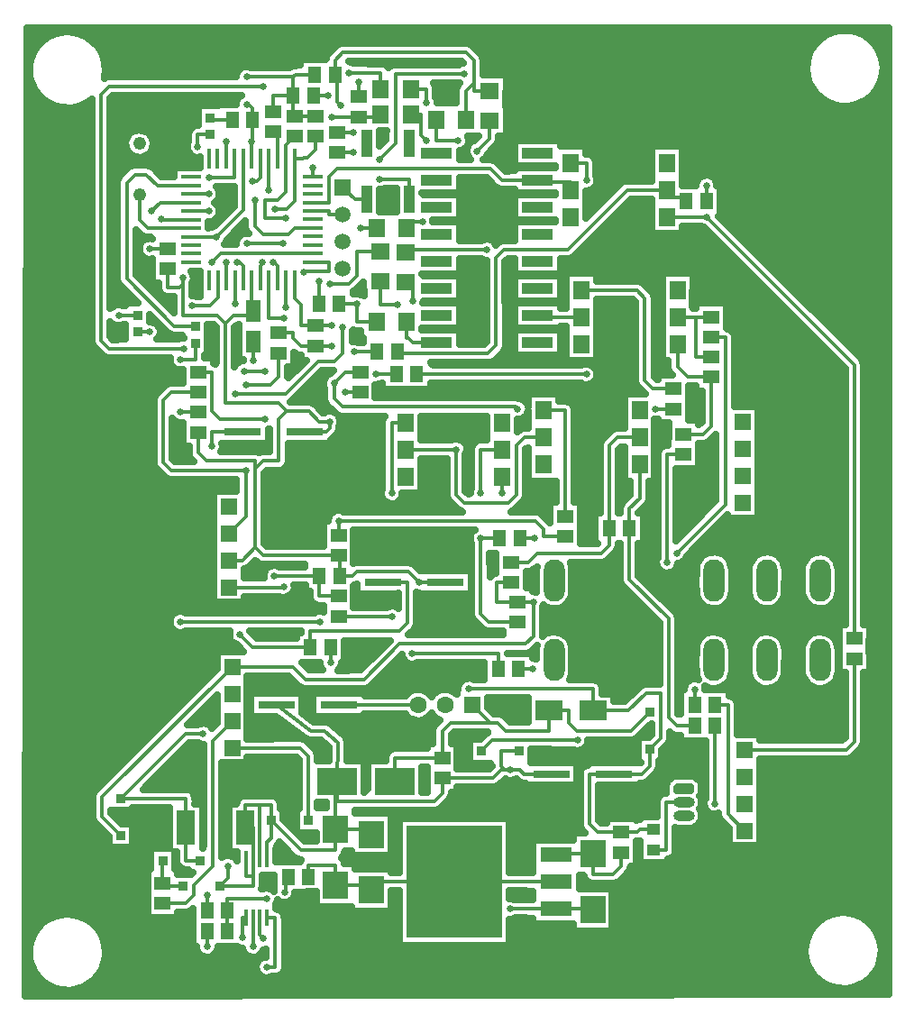
<source format=gbr>
G04 DipTrace 2.4.0.2*
%INTop.gbr*%
%MOMM*%
%ADD13C,0.38*%
%ADD14C,0.3*%
%ADD15C,0.635*%
%ADD16R,2.35X2.65*%
%ADD17R,1.35X2.15*%
%ADD18R,3.5X0.8*%
%ADD19R,3.75X2.55*%
%ADD20R,0.9X0.9*%
%ADD21R,1.5X1.5*%
%ADD22C,1.5*%
%ADD24R,1.3X1.5*%
%ADD25R,1.5X1.3*%
%ADD26R,3.0X1.0*%
%ADD27O,1.981X3.981*%
%ADD29R,1.52X1.78*%
%ADD30O,2.0X1.0*%
%ADD31R,1.2X1.0*%
%ADD32R,2.55X1.85*%
%ADD33R,1.8X3.2*%
%ADD34R,1.6X1.8*%
%ADD35R,1.8X1.6*%
%ADD36R,1.0X2.65*%
%ADD38R,1.9X0.4*%
%ADD39R,0.4X1.9*%
%ADD40R,0.3X1.65*%
%ADD42R,3.0X1.45*%
%ADD43R,9.0X10.6*%
%ADD44R,1.6X1.6*%
%ADD45C,1.6*%
%ADD46C,1.219*%
%FSLAX53Y53*%
G04*
G71*
G90*
G75*
G01*
%LNTop*%
%LPD*%
X24180Y21904D2*
D13*
Y21587D1*
X26075D1*
X24180Y24008D2*
Y21904D1*
X30263Y17354D2*
Y19354D1*
X33963Y13991D2*
X34768D1*
Y18612D1*
X33963D1*
X26863Y82612D2*
X29271Y82602D1*
X47037Y62628D2*
X51777D1*
X32713Y71011D2*
Y72784D1*
X30263Y19354D2*
Y20421D1*
X33963D1*
X35631Y21040D2*
X35759Y21167D1*
Y22487D1*
X35963D1*
X59409Y87937D2*
X56039D1*
X54969Y89007D1*
X40543D1*
X39783Y88247D1*
Y85828D1*
X38263D1*
X62527Y87003D2*
Y87703D1*
X59409D1*
Y87937D1*
X29271Y82602D2*
X31755Y85087D1*
Y89920D1*
X51777Y62628D2*
Y58373D1*
X52537Y57613D1*
X56656D1*
X57416Y58373D1*
Y62986D1*
X58176Y63746D1*
X59935D1*
X59409Y75237D2*
Y75046D1*
X63502D1*
X33562Y80168D2*
Y80040D1*
X33371Y79850D1*
Y78520D1*
X20245Y26342D2*
X18465Y28122D1*
Y29960D1*
X30724Y42218D1*
X72461Y52888D2*
X77033Y57461D1*
Y73137D1*
X75713D1*
X30724Y34598D2*
X37092D1*
X37852Y33838D1*
Y27754D1*
X57547Y48304D2*
X55593D1*
Y50137D1*
X56913D1*
X58994Y48304D2*
X57547D1*
X30724Y42218D2*
X36398D1*
X37582Y41034D1*
X43100D1*
X46414Y44348D1*
X58234D1*
X58994Y45108D1*
Y48304D1*
X27301Y74211D2*
X25266D1*
X20812Y78665D1*
Y87694D1*
X21572Y88454D1*
X22650D1*
X23692Y87412D1*
X26863D1*
X47631Y43460D2*
X55730D1*
Y42020D1*
X25862Y46431D2*
X38951D1*
X28766Y80188D2*
X29633Y81055D1*
X35450D1*
X35478Y81028D1*
X38263D1*
X27479Y91049D2*
Y92196D1*
X28626D1*
X26863Y86612D2*
X28511D1*
X32084Y97629D2*
X36463D1*
X36688Y97854D1*
X38463D1*
X29568Y21587D2*
X32663D1*
Y22537D1*
X32013D1*
Y24162D1*
X34864Y38633D2*
X38102Y36197D1*
X39372D1*
X40642Y35085D1*
X40602Y31441D1*
X30406Y52221D2*
X31665D1*
X32874Y53430D1*
Y60782D1*
X33634Y61542D1*
X35102D1*
Y65435D1*
X35862Y66195D1*
X35102Y66955D1*
X30084D1*
Y74471D1*
X29324Y75231D1*
X26094D1*
Y78160D1*
X25777Y77843D1*
X24647D1*
Y79570D1*
X32663Y22537D2*
Y24162D1*
X31980Y27087D2*
Y29257D1*
X33313D1*
X34359D1*
Y27754D1*
X26094Y78730D2*
Y78160D1*
X35862Y66195D2*
X37917D1*
X38873Y65240D1*
X39870D1*
X32874Y53430D2*
X33634Y52670D1*
X40713D1*
X40028Y72337D2*
X38580D1*
X60710Y32133D2*
X58142D1*
X57744Y32530D1*
X56857D1*
X41113Y87264D2*
X42243Y86134D1*
X43396D1*
X32833Y86086D2*
Y83590D1*
X33593Y82830D1*
X36018D1*
X36616Y83428D1*
X38263D1*
X32874Y60782D2*
Y61542D1*
X28273D1*
X27513Y62302D1*
Y64237D1*
X32571Y78520D2*
Y75641D1*
X32713D1*
X40447Y26945D2*
Y31441D1*
X40602D1*
X36463Y95854D2*
X34547D1*
Y94370D1*
X38863Y78452D2*
Y76287D1*
X42613Y97118D2*
Y95770D1*
X42061Y92437D2*
X40613D1*
X42747Y67970D2*
X41299D1*
X50447Y31770D2*
X55209D1*
X55969Y32530D1*
X56287D1*
X55969Y32848D1*
Y34287D1*
X57652D1*
X40602Y31441D2*
Y29596D1*
X49687D1*
X50447Y30356D1*
Y31770D1*
X34359Y27754D2*
Y26119D1*
X33963Y25723D1*
Y24162D1*
X33313Y29257D2*
Y24162D1*
X32663D2*
Y27087D1*
X31980D1*
X36463Y95854D2*
Y97629D1*
X36580Y93937D2*
X36463D1*
Y95854D1*
X38580Y93937D2*
X36580D1*
X39870Y65240D2*
Y64605D1*
X39553Y64287D1*
X37550D1*
X40447Y26945D2*
Y24963D1*
X37150D1*
X34359Y27754D1*
X43813Y26478D2*
X43765Y26945D1*
X40447D1*
X43813Y26478D2*
Y26897D1*
X43765Y26945D1*
X48251Y50157D2*
X50728D1*
X40797Y50754D2*
X42033D1*
X42407Y51127D1*
X47281D1*
X48251Y50157D1*
X40713Y52670D2*
X40797D1*
Y50754D1*
X38580Y72337D2*
X37160D1*
X36400Y73097D1*
Y73570D1*
X35080D1*
X56857Y32530D2*
X56287D1*
X32713Y75641D2*
Y75231D1*
X30844D1*
X30084Y74471D1*
X61147Y19480D2*
X64580D1*
Y19396D1*
X56857Y19480D2*
X61147D1*
X32555Y91568D2*
Y89920D1*
X32630Y93587D2*
Y91643D1*
X32555Y91568D1*
X32084Y95035D2*
X32313D1*
X32630Y94717D1*
Y93587D1*
X28511Y85002D2*
X26863Y85012D1*
X33313Y18612D2*
D14*
Y17597D1*
D13*
Y17011D1*
X33656Y16668D1*
X30322Y23495D2*
Y22342D1*
X29568Y21587D1*
X35566Y74918D2*
X34171D1*
Y78520D1*
X40713Y54570D2*
Y55918D1*
X59205D1*
X59965Y55158D1*
Y54443D1*
X62001D1*
X38897Y50754D2*
Y48837D1*
X40713D1*
X34679Y50754D2*
X38897D1*
X34577Y80168D2*
X34654D1*
X34971Y79850D1*
Y78520D1*
X70441Y66437D2*
X72147D1*
X35771Y75933D2*
Y78520D1*
X40284Y68858D2*
X41297Y69870D1*
X42747D1*
X57543Y66437D2*
X57352Y66628D1*
X41044D1*
X40284Y67388D1*
Y68858D1*
X40028Y74237D2*
X38580D1*
X44194Y69687D2*
X46163D1*
X38580Y74237D2*
X37160D1*
Y76232D1*
X36571Y76820D1*
Y78520D1*
X21992Y86514D2*
Y84172D1*
X22752Y83412D1*
X26863D1*
X25862Y66137D2*
X27513D1*
X25862Y71090D2*
X27301D1*
Y72624D1*
X30406Y54761D2*
X31986Y56342D1*
Y60654D1*
Y68730D2*
X34320D1*
X35080Y69490D1*
Y71670D1*
X31986Y60654D2*
X24974D1*
X24214Y61414D1*
Y67210D1*
X24974Y67970D1*
X27513D1*
X24059Y84300D2*
X24146Y84212D1*
X26863D1*
X68984Y63746D2*
X66889D1*
X66129Y62986D1*
Y55237D1*
Y53647D1*
X65369Y52887D1*
X59375D1*
X58525Y52037D1*
X56913D1*
X46000Y31441D2*
Y33670D1*
X50447D1*
Y36195D1*
X51207Y36955D1*
X55677D1*
X56437Y36195D1*
X60488D1*
Y38087D1*
X62333D1*
Y36955D1*
X63093Y36195D1*
X68183D1*
X69947Y37959D1*
X55677Y36955D2*
X54930D1*
X53264Y38620D1*
X30724Y37138D2*
X28865Y35280D1*
Y23492D1*
X27095Y21722D1*
Y20764D1*
X26335Y20004D1*
X24180D1*
X70313Y26987D2*
X69062D1*
X68745Y26670D1*
X67280D1*
X64638Y38087D2*
Y40146D1*
X52947D1*
X69947Y34466D2*
X70967Y35486D1*
Y39739D1*
X69615D1*
X67963Y38087D1*
X64638D1*
X66584Y32133D2*
X69187D1*
X69947Y32893D1*
Y34466D1*
X67280Y26670D2*
X65024D1*
X64264Y27430D1*
Y32133D1*
X66584D1*
X49884Y72697D2*
X47655D1*
X47245Y73107D1*
X47080D1*
Y74654D1*
X73143Y29485D2*
X71483D1*
Y24987D1*
X70313D1*
X57630Y42020D2*
X58978D1*
X63157Y35307D2*
X55179D1*
X54159Y34287D1*
X48184Y38620D2*
X47523D1*
X47510Y38633D1*
X40738D1*
X39963Y42573D2*
Y44020D1*
X55830Y54254D2*
X54063D1*
Y58501D2*
Y62628D1*
X56086D1*
X54063Y54254D2*
Y47164D1*
X54823Y46404D1*
X57547D1*
X56086Y58501D2*
Y60088D1*
X74163Y40101D2*
Y38654D1*
X57730Y54254D2*
X59078D1*
X45707Y46937D2*
X40713D1*
X45707Y58501D2*
Y65168D1*
X47037D1*
X59935Y66286D2*
X62001D1*
Y56343D1*
X71576Y87003D2*
X67830D1*
X62215Y81387D1*
X56264D1*
X55504Y80627D1*
Y72387D1*
X54744Y71627D1*
X46230D1*
Y71787D1*
X73363Y85954D2*
Y86303D1*
X71576D1*
Y87003D1*
X72551Y75037D2*
X74261D1*
Y71337D1*
X75713D1*
X74261Y75037D2*
X75713D1*
X71576Y84463D2*
X75263D1*
Y87401D2*
Y85954D1*
Y84463D2*
X89147Y70580D1*
Y44870D1*
X72551Y72506D2*
Y70413D1*
X73527Y69437D1*
X75713D1*
Y64830D1*
X74953Y64070D1*
X73113D1*
X63502Y77586D2*
X68726D1*
X69486Y76826D1*
Y69097D1*
X70246Y68337D1*
X72147D1*
X63985Y87890D2*
Y89543D1*
X62527D1*
X63985Y69687D2*
X48063D1*
X78830Y26818D2*
X77283Y28365D1*
Y38654D1*
X76063D1*
Y29358D2*
Y36654D1*
X71573Y52000D2*
Y62170D1*
X73113D1*
X78830Y34438D2*
X88387D1*
X89147Y35198D1*
Y42970D1*
X47687Y76580D2*
Y78016D1*
X46980Y78354D1*
X47687Y78016D2*
X47349Y78354D1*
X46980D1*
X46244Y76251D2*
X44647D1*
Y78387D1*
X53729Y90660D2*
X54880Y91810D1*
Y93520D1*
X51954Y91675D2*
X49847D1*
Y93620D1*
X48578Y84055D2*
X47379D1*
X47080Y83387D1*
X47379Y84055D2*
X47080Y83756D1*
Y83387D1*
X48978Y95218D2*
Y96454D1*
X47480D1*
X48959Y91675D2*
X48470Y92164D1*
Y94120D1*
X47480D1*
X40447Y21706D2*
Y23601D1*
X37863D1*
Y22487D1*
X43813Y21239D2*
X43766Y21706D1*
X40447D1*
X43813Y21239D2*
Y21658D1*
X43766Y21706D1*
X51547Y22020D2*
X43813D1*
Y21239D1*
X61147Y22020D2*
X51547D1*
X42187Y71787D2*
X44330D1*
X35566Y49739D2*
X35508Y49681D1*
X30406D1*
X31446Y45225D2*
X32651Y44020D1*
X38063D1*
X27978Y35918D2*
X26329D1*
X20245Y29834D1*
X28833Y62890D2*
Y64287D1*
X31676D1*
X38063Y44020D2*
Y45543D1*
X46414D1*
X47174Y46303D1*
Y50157D1*
X44854D1*
X26380Y27087D2*
Y24020D1*
X27685D1*
X20245Y29834D2*
X26380D1*
Y27087D1*
X68984Y61206D2*
Y58022D1*
X68029Y57066D1*
Y55237D1*
Y50427D1*
X71727Y46729D1*
Y37414D1*
X72487Y36654D1*
X74163D1*
X24647Y81470D2*
X22980D1*
X21833Y73654D2*
X22980D1*
X28626Y93784D2*
X28823Y93587D1*
X30730D1*
X32663Y15906D2*
Y18612D1*
X26982Y76119D2*
X28611D1*
X29371Y76879D1*
Y78520D1*
X28363Y15906D2*
Y17354D1*
X31649Y16794D2*
Y18612D1*
X32013D1*
X30171Y80168D2*
Y78520D1*
X28363Y20801D2*
Y19354D1*
X30971Y76309D2*
Y78520D1*
X41113Y74112D2*
Y71660D1*
X40353Y70900D1*
X38789D1*
X35732Y67843D1*
X30971D1*
X33659Y96741D2*
X19164D1*
X18404Y95981D1*
Y72865D1*
X19164Y72105D1*
X26153D1*
X31186Y80168D2*
X31454D1*
X31771Y79850D1*
Y78520D1*
X44593Y88029D2*
X47364D1*
Y86134D1*
X41113Y84724D2*
X39783D1*
Y85028D1*
X38263D1*
X32074Y81943D2*
X35474D1*
X33791Y69996D2*
X31859D1*
X33791Y65457D2*
X29593D1*
X28833Y66217D1*
Y69870D1*
X27513D1*
X37469Y79281D2*
X37528Y79340D1*
X39783D1*
Y80228D1*
X38263D1*
X21833Y75242D2*
X20052D1*
X23171Y85018D2*
X23966Y85812D1*
X26863D1*
X40763Y76287D2*
X42433D1*
X38263Y89126D2*
Y88228D1*
X52519Y97924D2*
X46050D1*
Y91351D1*
X44593Y89895D1*
X42433Y76287D2*
Y74654D1*
X44280D1*
X34714Y85198D2*
X35795D1*
X36555Y85958D1*
Y89920D1*
X54617Y81387D2*
X46980D1*
Y81154D1*
X36555Y89920D2*
X37325D1*
X37419Y90013D1*
X37820D1*
X38580Y90774D1*
Y92037D1*
X39878Y78196D2*
X41673D1*
X42433Y78956D1*
Y81187D1*
X44647D1*
X35728Y84311D2*
X33826D1*
Y86086D1*
X34995D1*
X35755Y86846D1*
Y89920D1*
Y91212D1*
X36580Y92037D1*
X34547Y92470D2*
X34955D1*
Y89920D1*
X32643Y87861D2*
X33038D1*
X33355Y88178D1*
Y89920D1*
X42783Y83387D2*
X44280D1*
X42061Y90537D2*
X40613D1*
X41711Y98005D2*
X44680D1*
Y96454D1*
X28511Y88182D2*
X30955D1*
Y89920D1*
X38363Y95854D2*
X39711D1*
X30155Y91568D2*
Y89920D1*
X42613Y93870D2*
X44680D1*
Y94120D1*
X40028Y93870D2*
X42613D1*
X40915Y94966D2*
X40598Y95283D1*
Y97854D1*
X40363D1*
Y99174D1*
X41123Y99934D1*
X52647D1*
X53407Y99174D1*
Y97080D1*
X52647Y96320D1*
Y93620D1*
X34155Y86973D2*
Y89920D1*
X53407Y97080D2*
Y96320D1*
X54880D1*
X64580Y24635D2*
Y22740D1*
X66520D1*
X67280Y23500D1*
Y24770D1*
X61147Y24560D2*
X61728Y24635D1*
X64580D1*
X61147Y24560D2*
X61653D1*
X61728Y24635D1*
D15*
X33656Y16668D3*
X30322Y23495D3*
X33963Y20421D3*
Y13991D3*
X35631Y21040D3*
X33562Y80168D3*
X29271Y82602D3*
X51777Y62628D3*
X32713Y71011D3*
X72461Y52888D3*
X58994Y48304D3*
X47631Y43460D3*
X38951Y46431D3*
X25862D3*
X28766Y80188D3*
X27479Y91049D3*
X28511Y86612D3*
X39870Y65240D3*
X32833Y86086D3*
X56857Y19480D3*
X32084Y97629D3*
X42613Y97118D3*
X26094Y78730D3*
X56857Y32530D3*
X48251Y50157D3*
X38863Y78452D3*
X28511Y85002D3*
X32555Y91568D3*
X32084Y95035D3*
X42061Y92437D3*
X40028Y72337D3*
X41299Y67970D3*
X35566Y74918D3*
X40713Y55918D3*
X34678Y50754D3*
X34577Y80168D3*
X70441Y66437D3*
X57543D3*
X35771Y75933D3*
X40284Y68858D3*
X44194Y69687D3*
X40028Y74237D3*
X25862Y66137D3*
Y71090D3*
X31986Y68730D3*
Y60654D3*
X24059Y84300D3*
X52947Y40146D3*
X58978Y42020D3*
X63157Y35307D3*
X39963Y42573D3*
X54063Y58501D3*
Y54254D3*
X56086Y58501D3*
X74163Y40101D3*
X59078Y54254D3*
X45707Y46937D3*
Y58501D3*
X75263Y87401D3*
Y84463D3*
X63985Y87890D3*
Y69687D3*
X47687Y76580D3*
X46244Y76251D3*
X53729Y90660D3*
X51954Y91675D3*
X48578Y84055D3*
X48978Y95218D3*
X48959Y91675D3*
X27978Y35918D3*
X28833Y62890D3*
X31446Y45225D3*
X76063Y29358D3*
X71573Y52000D3*
X22980Y81470D3*
Y73654D3*
X37469Y79281D3*
X35474Y81943D3*
X32074D3*
X31859Y69996D3*
X33791D3*
Y65457D3*
X20052Y75242D3*
X23171Y85018D3*
X38263Y89126D3*
X44593Y89895D3*
X52519Y97924D3*
X42433Y76287D3*
X54617Y81387D3*
X34714Y85198D3*
X39878Y78196D3*
X35728Y84311D3*
X32643Y87861D3*
X42783Y83387D3*
X42061Y90537D3*
X41711Y98005D3*
X28511Y88182D3*
X39711Y95854D3*
X40028Y93870D3*
X30155Y91568D3*
X34155Y86973D3*
X40915Y94966D3*
X44593Y88029D3*
X31186Y80168D3*
X26153Y72105D3*
X33659Y96741D3*
X30971Y76309D3*
Y67843D3*
X41113Y74112D3*
X31649Y16794D3*
X30171Y80168D3*
X28363Y20801D3*
X32663Y15906D3*
X26982Y76119D3*
X28363Y15906D3*
X42187Y71787D3*
X35566Y49739D3*
X11487Y101612D2*
X13910D1*
X16567D2*
X86578D1*
X89959D2*
X92333D1*
X11487Y100980D2*
X12849D1*
X17629D2*
X85705D1*
X90843D2*
X92333D1*
X11487Y100348D2*
X12273D1*
X18204D2*
X40253D1*
X53516D2*
X85199D1*
X91349D2*
X92333D1*
X11487Y99717D2*
X11906D1*
X18572D2*
X39628D1*
X54142D2*
X84881D1*
X91666D2*
X92333D1*
X11487Y99085D2*
X11699D1*
X18780D2*
X37078D1*
X54330D2*
X84703D1*
X91845D2*
X92333D1*
X18869Y98453D2*
X31472D1*
X54330D2*
X84633D1*
X91904D2*
X92333D1*
X18849Y97822D2*
X31045D1*
X54330D2*
X84693D1*
X91855D2*
X92333D1*
X11487Y97190D2*
X11774D1*
X56513D2*
X84862D1*
X91686D2*
X92333D1*
X11477Y96558D2*
X12045D1*
X49895D2*
X51752D1*
X56513D2*
X85169D1*
X91378D2*
X92333D1*
X11477Y95927D2*
X12482D1*
X49905D2*
X51723D1*
X56513D2*
X85665D1*
X90882D2*
X92333D1*
X11477Y95295D2*
X13206D1*
X17272D2*
X17473D1*
X19326D2*
X31065D1*
X50024D2*
X51723D1*
X56513D2*
X86509D1*
X90039D2*
X92333D1*
X11477Y94663D2*
X17482D1*
X19326D2*
X27444D1*
X56513D2*
X92333D1*
X11477Y94032D2*
X17482D1*
X19326D2*
X27444D1*
X56513D2*
X92333D1*
X11477Y93400D2*
X17482D1*
X19326D2*
X27444D1*
X56513D2*
X92333D1*
X11477Y92768D2*
X17482D1*
X19326D2*
X26769D1*
X56513D2*
X92333D1*
X11477Y92137D2*
X17482D1*
X19326D2*
X20925D1*
X23056D2*
X26551D1*
X44636D2*
X45125D1*
X56513D2*
X92333D1*
X11477Y91505D2*
X17482D1*
X19326D2*
X20657D1*
X23324D2*
X26541D1*
X44636D2*
X44916D1*
X55749D2*
X57170D1*
X61642D2*
X92333D1*
X11468Y90873D2*
X17482D1*
X19326D2*
X20737D1*
X23245D2*
X26442D1*
X55223D2*
X57170D1*
X64024D2*
X70078D1*
X73072D2*
X92333D1*
X11468Y90242D2*
X17482D1*
X19326D2*
X21262D1*
X22719D2*
X26839D1*
X52117D2*
X52764D1*
X54687D2*
X57170D1*
X64550D2*
X70078D1*
X73072D2*
X92333D1*
X11468Y89610D2*
X17482D1*
X19326D2*
X27622D1*
X55650D2*
X57170D1*
X64907D2*
X70078D1*
X73072D2*
X92333D1*
X11468Y88978D2*
X17482D1*
X19326D2*
X20816D1*
X23413D2*
X25182D1*
X56285D2*
X57170D1*
X64907D2*
X70078D1*
X73072D2*
X92333D1*
X11468Y88347D2*
X17482D1*
X19326D2*
X20181D1*
X24039D2*
X25182D1*
X64927D2*
X70078D1*
X73072D2*
X74910D1*
X75622D2*
X92333D1*
X11468Y87715D2*
X17482D1*
X19326D2*
X19883D1*
X52117D2*
X54977D1*
X65026D2*
X67280D1*
X73072D2*
X74265D1*
X76267D2*
X92333D1*
X11468Y87083D2*
X17482D1*
X19326D2*
X19883D1*
X29446D2*
X30827D1*
X44954D2*
X46127D1*
X52117D2*
X55850D1*
X64619D2*
X66625D1*
X76654D2*
X92333D1*
X11468Y86452D2*
X17482D1*
X19326D2*
X19883D1*
X29555D2*
X30827D1*
X44636D2*
X46127D1*
X52117D2*
X57170D1*
X64024D2*
X66000D1*
X76654D2*
X92333D1*
X11468Y85820D2*
X17482D1*
X19326D2*
X19883D1*
X29168D2*
X30827D1*
X44636D2*
X46127D1*
X52117D2*
X57170D1*
X64024D2*
X65365D1*
X67933D2*
X70078D1*
X76654D2*
X92333D1*
X11458Y85188D2*
X17482D1*
X19326D2*
X19883D1*
X29545D2*
X30569D1*
X44636D2*
X46127D1*
X52117D2*
X57170D1*
X64024D2*
X64730D1*
X67298D2*
X70078D1*
X76654D2*
X92333D1*
X11458Y84557D2*
X17482D1*
X19326D2*
X19883D1*
X29456D2*
X29944D1*
X52117D2*
X57170D1*
X66663D2*
X70078D1*
X76654D2*
X92333D1*
X11458Y83925D2*
X17482D1*
X19326D2*
X19883D1*
X28553D2*
X29309D1*
X52117D2*
X57170D1*
X66038D2*
X70078D1*
X77081D2*
X92333D1*
X11458Y83293D2*
X17482D1*
X19326D2*
X19883D1*
X31242D2*
X31958D1*
X52117D2*
X57170D1*
X65403D2*
X70078D1*
X73072D2*
X75148D1*
X77716D2*
X92333D1*
X11458Y82662D2*
X17482D1*
X19326D2*
X19883D1*
X21737D2*
X22265D1*
X30617D2*
X31333D1*
X52117D2*
X57170D1*
X64768D2*
X75783D1*
X78351D2*
X92333D1*
X11458Y82030D2*
X17482D1*
X19326D2*
X19883D1*
X21737D2*
X22096D1*
X30141D2*
X31026D1*
X55431D2*
X55629D1*
X64143D2*
X76408D1*
X78976D2*
X92333D1*
X11458Y81398D2*
X17482D1*
X19326D2*
X19883D1*
X21737D2*
X21934D1*
X63508D2*
X77043D1*
X79611D2*
X92333D1*
X11458Y80767D2*
X17482D1*
X19326D2*
X19883D1*
X21737D2*
X22225D1*
X62873D2*
X77678D1*
X80246D2*
X92333D1*
X11458Y80135D2*
X17482D1*
X19326D2*
X19883D1*
X21737D2*
X23157D1*
X52117D2*
X54580D1*
X56433D2*
X57170D1*
X61642D2*
X78303D1*
X80871D2*
X92333D1*
X11448Y79503D2*
X17482D1*
X19326D2*
X19883D1*
X21737D2*
X23157D1*
X52117D2*
X54580D1*
X56433D2*
X57170D1*
X61642D2*
X78938D1*
X81506D2*
X92333D1*
X11448Y78872D2*
X17482D1*
X19326D2*
X19883D1*
X21886D2*
X23157D1*
X27134D2*
X27632D1*
X52117D2*
X54580D1*
X56433D2*
X57170D1*
X61642D2*
X61999D1*
X64996D2*
X71050D1*
X74045D2*
X79573D1*
X82141D2*
X92333D1*
X11448Y78240D2*
X17482D1*
X19326D2*
X20002D1*
X22521D2*
X23723D1*
X27025D2*
X27632D1*
X52117D2*
X54580D1*
X56433D2*
X57170D1*
X61642D2*
X61999D1*
X69352D2*
X71050D1*
X74045D2*
X80198D1*
X82766D2*
X92333D1*
X11448Y77608D2*
X17482D1*
X19326D2*
X20588D1*
X23156D2*
X23753D1*
X27025D2*
X27632D1*
X42364D2*
X43011D1*
X52117D2*
X54580D1*
X56433D2*
X57170D1*
X61642D2*
X61999D1*
X69987D2*
X71050D1*
X74045D2*
X80833D1*
X83401D2*
X92333D1*
X11448Y76977D2*
X17482D1*
X19326D2*
X21213D1*
X23781D2*
X25172D1*
X52117D2*
X54580D1*
X56433D2*
X57170D1*
X61642D2*
X61999D1*
X70403D2*
X71050D1*
X74045D2*
X81468D1*
X84036D2*
X92333D1*
X11448Y76345D2*
X17482D1*
X19326D2*
X20647D1*
X24416D2*
X25172D1*
X52117D2*
X54580D1*
X56433D2*
X57170D1*
X61642D2*
X61999D1*
X64996D2*
X68560D1*
X70413D2*
X71050D1*
X77200D2*
X82093D1*
X84661D2*
X92333D1*
X11448Y75713D2*
X17482D1*
X52117D2*
X54580D1*
X56433D2*
X57170D1*
X64996D2*
X68560D1*
X70413D2*
X71050D1*
X77200D2*
X82728D1*
X85296D2*
X92333D1*
X11448Y75082D2*
X17482D1*
X52117D2*
X54580D1*
X56433D2*
X57170D1*
X64996D2*
X68560D1*
X70413D2*
X71050D1*
X77200D2*
X83363D1*
X85931D2*
X92333D1*
X11448Y74450D2*
X17482D1*
X52117D2*
X54580D1*
X56433D2*
X57170D1*
X64996D2*
X68560D1*
X70413D2*
X71050D1*
X77200D2*
X83989D1*
X86556D2*
X92333D1*
X11438Y73818D2*
X17482D1*
X19326D2*
X20647D1*
X24019D2*
X24378D1*
X28484D2*
X29160D1*
X31014D2*
X31303D1*
X52117D2*
X54580D1*
X56433D2*
X57170D1*
X61642D2*
X61999D1*
X64996D2*
X68560D1*
X70413D2*
X71050D1*
X77627D2*
X84624D1*
X87191D2*
X92333D1*
X11438Y73187D2*
X17482D1*
X19365D2*
X20647D1*
X23919D2*
X26114D1*
X28484D2*
X29160D1*
X31014D2*
X31303D1*
X42037D2*
X42743D1*
X52117D2*
X54580D1*
X56433D2*
X57170D1*
X61642D2*
X61999D1*
X64996D2*
X68560D1*
X70413D2*
X71050D1*
X77954D2*
X85259D1*
X87826D2*
X92333D1*
X11438Y72555D2*
X17532D1*
X28484D2*
X29160D1*
X31014D2*
X31303D1*
X52117D2*
X54392D1*
X56433D2*
X57170D1*
X61642D2*
X61999D1*
X64996D2*
X68560D1*
X70413D2*
X71050D1*
X77964D2*
X85884D1*
X88451D2*
X92333D1*
X11438Y71923D2*
X18068D1*
X28484D2*
X29160D1*
X31014D2*
X31303D1*
X56295D2*
X57170D1*
X61642D2*
X61999D1*
X64996D2*
X68560D1*
X70413D2*
X71050D1*
X77964D2*
X86519D1*
X89086D2*
X92333D1*
X11438Y71292D2*
X18812D1*
X28226D2*
X29160D1*
X31014D2*
X31303D1*
X36570D2*
X37098D1*
X55689D2*
X62002D1*
X64996D2*
X68560D1*
X70413D2*
X71050D1*
X77964D2*
X87154D1*
X89721D2*
X92333D1*
X11438Y70660D2*
X24904D1*
X36570D2*
X37266D1*
X49448D2*
X63738D1*
X64226D2*
X68560D1*
X70413D2*
X71626D1*
X77964D2*
X87779D1*
X90069D2*
X92333D1*
X11438Y70028D2*
X26025D1*
X36004D2*
X36631D1*
X39199D2*
X40174D1*
X64976D2*
X68560D1*
X70413D2*
X71715D1*
X77964D2*
X88225D1*
X90069D2*
X92333D1*
X11438Y69397D2*
X26025D1*
X38564D2*
X39390D1*
X64996D2*
X68560D1*
X70473D2*
X70664D1*
X77964D2*
X88225D1*
X90069D2*
X92333D1*
X11438Y68765D2*
X24576D1*
X37939D2*
X39231D1*
X49448D2*
X63559D1*
X64411D2*
X68629D1*
X77964D2*
X88225D1*
X90069D2*
X92333D1*
X11428Y68133D2*
X23852D1*
X37304D2*
X39360D1*
X44230D2*
X69165D1*
X73628D2*
X74225D1*
X77964D2*
X88225D1*
X90069D2*
X92333D1*
X11428Y67502D2*
X23336D1*
X36669D2*
X39360D1*
X44230D2*
X58440D1*
X61434D2*
X67488D1*
X73628D2*
X74791D1*
X77964D2*
X88225D1*
X90069D2*
X92333D1*
X11428Y66870D2*
X23286D1*
X38515D2*
X39529D1*
X62694D2*
X67488D1*
X73628D2*
X74791D1*
X77964D2*
X88225D1*
X90069D2*
X92333D1*
X11428Y66238D2*
X23286D1*
X39159D2*
X40154D1*
X62922D2*
X67488D1*
X73628D2*
X74791D1*
X80157D2*
X88225D1*
X90069D2*
X92333D1*
X11428Y65607D2*
X23286D1*
X40856D2*
X44896D1*
X48536D2*
X54590D1*
X58150D2*
X58445D1*
X62922D2*
X67488D1*
X73628D2*
X74791D1*
X80157D2*
X88225D1*
X90069D2*
X92333D1*
X11428Y64975D2*
X23286D1*
X25140D2*
X26025D1*
X40886D2*
X44777D1*
X48536D2*
X54590D1*
X57584D2*
X58440D1*
X62922D2*
X67488D1*
X70483D2*
X71626D1*
X80157D2*
X88225D1*
X90069D2*
X92333D1*
X11428Y64343D2*
X23286D1*
X25140D2*
X26025D1*
X40757D2*
X44777D1*
X48536D2*
X54590D1*
X62922D2*
X66199D1*
X70483D2*
X71626D1*
X80157D2*
X88225D1*
X90069D2*
X92333D1*
X11428Y63712D2*
X23286D1*
X25140D2*
X26025D1*
X40261D2*
X44777D1*
X48536D2*
X54590D1*
X62922D2*
X65574D1*
X70483D2*
X71626D1*
X75880D2*
X76100D1*
X80157D2*
X88225D1*
X90069D2*
X92333D1*
X11428Y63080D2*
X23286D1*
X25140D2*
X26025D1*
X29873D2*
X34181D1*
X36024D2*
X44777D1*
X52723D2*
X53260D1*
X62922D2*
X65206D1*
X70483D2*
X71626D1*
X74600D2*
X76111D1*
X80157D2*
X88225D1*
X90069D2*
X92333D1*
X11418Y62448D2*
X23286D1*
X25140D2*
X26590D1*
X29783D2*
X34181D1*
X36024D2*
X44777D1*
X52812D2*
X53141D1*
X62922D2*
X65206D1*
X67050D2*
X67488D1*
X70483D2*
X70685D1*
X74600D2*
X76111D1*
X80157D2*
X88225D1*
X90069D2*
X92333D1*
X11418Y61817D2*
X23286D1*
X25140D2*
X26739D1*
X36024D2*
X44777D1*
X52703D2*
X53141D1*
X62922D2*
X65206D1*
X67050D2*
X67488D1*
X74600D2*
X76111D1*
X80157D2*
X88225D1*
X90069D2*
X92333D1*
X11418Y61185D2*
X23316D1*
X35955D2*
X44777D1*
X48536D2*
X50849D1*
X52703D2*
X53141D1*
X62922D2*
X65206D1*
X67050D2*
X67488D1*
X74600D2*
X76111D1*
X80157D2*
X88225D1*
X90069D2*
X92333D1*
X11418Y60553D2*
X23792D1*
X33931D2*
X44777D1*
X48536D2*
X50849D1*
X52703D2*
X53141D1*
X62922D2*
X65206D1*
X67050D2*
X67488D1*
X72497D2*
X76111D1*
X80157D2*
X88225D1*
X90069D2*
X92333D1*
X11418Y59922D2*
X24457D1*
X33802D2*
X44777D1*
X48536D2*
X50849D1*
X52703D2*
X53141D1*
X62922D2*
X65206D1*
X67050D2*
X67488D1*
X72497D2*
X76111D1*
X80157D2*
X88225D1*
X90069D2*
X92333D1*
X11418Y59290D2*
X31065D1*
X33802D2*
X44777D1*
X48536D2*
X50849D1*
X52703D2*
X53141D1*
X58338D2*
X61079D1*
X62922D2*
X65206D1*
X67050D2*
X68054D1*
X69907D2*
X70644D1*
X72497D2*
X76111D1*
X80157D2*
X88225D1*
X90069D2*
X92333D1*
X11418Y58658D2*
X28922D1*
X33802D2*
X44668D1*
X48536D2*
X50849D1*
X52772D2*
X53021D1*
X58338D2*
X61079D1*
X62922D2*
X65206D1*
X67050D2*
X68054D1*
X69907D2*
X70644D1*
X72497D2*
X76111D1*
X80157D2*
X88225D1*
X90069D2*
X92333D1*
X11418Y58027D2*
X28922D1*
X33802D2*
X44777D1*
X46641D2*
X50919D1*
X58269D2*
X61079D1*
X62922D2*
X65206D1*
X67050D2*
X67707D1*
X69907D2*
X70644D1*
X72497D2*
X76111D1*
X80157D2*
X88225D1*
X90069D2*
X92333D1*
X11418Y57395D2*
X28922D1*
X33802D2*
X51475D1*
X57723D2*
X60513D1*
X63488D2*
X65206D1*
X69639D2*
X70644D1*
X72497D2*
X75684D1*
X80157D2*
X88225D1*
X90069D2*
X92333D1*
X11408Y56763D2*
X28922D1*
X33802D2*
X40134D1*
X59440D2*
X60513D1*
X63488D2*
X65206D1*
X69004D2*
X70644D1*
X72497D2*
X75049D1*
X80157D2*
X88225D1*
X90069D2*
X92333D1*
X11408Y56132D2*
X28922D1*
X33802D2*
X39687D1*
X60273D2*
X60506D1*
X63488D2*
X64740D1*
X69411D2*
X70644D1*
X72497D2*
X74424D1*
X76992D2*
X88225D1*
X90069D2*
X92333D1*
X11408Y55500D2*
X28922D1*
X33802D2*
X39231D1*
X63488D2*
X64740D1*
X69411D2*
X70644D1*
X72497D2*
X73789D1*
X76357D2*
X88225D1*
X90069D2*
X92333D1*
X11408Y54868D2*
X28922D1*
X33802D2*
X39231D1*
X42196D2*
X53221D1*
X63488D2*
X64740D1*
X69411D2*
X70644D1*
X72497D2*
X73154D1*
X75722D2*
X88225D1*
X90069D2*
X92333D1*
X11408Y54237D2*
X28922D1*
X33802D2*
X39231D1*
X42196D2*
X53012D1*
X63488D2*
X64740D1*
X69411D2*
X70644D1*
X75097D2*
X88225D1*
X90069D2*
X92333D1*
X11408Y53605D2*
X28922D1*
X33980D2*
X39231D1*
X42196D2*
X53141D1*
X68955D2*
X70644D1*
X74462D2*
X88225D1*
X90069D2*
X92333D1*
X11408Y52973D2*
X28922D1*
X42196D2*
X53141D1*
X66742D2*
X67101D1*
X68955D2*
X70644D1*
X73827D2*
X75674D1*
X76276D2*
X80655D1*
X81258D2*
X85655D1*
X86256D2*
X88225D1*
X90069D2*
X92333D1*
X11408Y52342D2*
X28922D1*
X42196D2*
X53141D1*
X54985D2*
X55423D1*
X66107D2*
X67101D1*
X68955D2*
X70584D1*
X73350D2*
X74592D1*
X77359D2*
X79573D1*
X82339D2*
X84574D1*
X87340D2*
X88225D1*
X90069D2*
X92333D1*
X11408Y51710D2*
X28922D1*
X32432D2*
X34359D1*
X35002D2*
X37514D1*
X47980D2*
X53141D1*
X54985D2*
X55423D1*
X62645D2*
X67101D1*
X68955D2*
X70564D1*
X72586D2*
X74295D1*
X77656D2*
X79276D1*
X82637D2*
X84276D1*
X87638D2*
X88225D1*
X90069D2*
X92333D1*
X11398Y51078D2*
X28922D1*
X31897D2*
X33675D1*
X54985D2*
X55423D1*
X58398D2*
X59233D1*
X62694D2*
X67101D1*
X68955D2*
X71150D1*
X72001D2*
X74245D1*
X77706D2*
X79226D1*
X82677D2*
X84227D1*
X87687D2*
X88225D1*
X90069D2*
X92333D1*
X11398Y50447D2*
X28922D1*
X58398D2*
X59233D1*
X62694D2*
X67101D1*
X69292D2*
X74245D1*
X77706D2*
X79226D1*
X82677D2*
X84227D1*
X87687D2*
X88225D1*
X90069D2*
X92333D1*
X11398Y49815D2*
X28922D1*
X36619D2*
X37514D1*
X58398D2*
X59233D1*
X62694D2*
X67359D1*
X69927D2*
X74245D1*
X77706D2*
X79226D1*
X82677D2*
X84227D1*
X87687D2*
X88225D1*
X90069D2*
X92333D1*
X11398Y49183D2*
X28922D1*
X36451D2*
X37971D1*
X62684D2*
X67985D1*
X70552D2*
X74255D1*
X77696D2*
X79236D1*
X82677D2*
X84237D1*
X87677D2*
X88225D1*
X90069D2*
X92333D1*
X11398Y48552D2*
X28922D1*
X31897D2*
X38020D1*
X42196D2*
X46246D1*
X48099D2*
X53141D1*
X62496D2*
X68620D1*
X71187D2*
X74444D1*
X77508D2*
X79415D1*
X82488D2*
X84425D1*
X87489D2*
X88225D1*
X90069D2*
X92333D1*
X11398Y47920D2*
X39231D1*
X42196D2*
X46246D1*
X48099D2*
X53141D1*
X61910D2*
X69255D1*
X71822D2*
X75029D1*
X76922D2*
X80000D1*
X81903D2*
X85010D1*
X86904D2*
X88225D1*
X90069D2*
X92333D1*
X11398Y47288D2*
X25301D1*
X48099D2*
X53141D1*
X59916D2*
X69880D1*
X72447D2*
X88225D1*
X90069D2*
X92333D1*
X11398Y46657D2*
X24834D1*
X48099D2*
X53300D1*
X59916D2*
X70515D1*
X72656D2*
X88225D1*
X90069D2*
X92333D1*
X11398Y46025D2*
X24894D1*
X48049D2*
X53915D1*
X59916D2*
X70802D1*
X72656D2*
X87660D1*
X90634D2*
X92333D1*
X11388Y45393D2*
X30410D1*
X32561D2*
X36681D1*
X47543D2*
X56058D1*
X59916D2*
X60331D1*
X61603D2*
X70802D1*
X72656D2*
X75337D1*
X76615D2*
X80307D1*
X81595D2*
X85318D1*
X86596D2*
X87660D1*
X90634D2*
X92333D1*
X11388Y44762D2*
X30510D1*
X62406D2*
X70802D1*
X72656D2*
X74533D1*
X77418D2*
X79514D1*
X82399D2*
X84514D1*
X87400D2*
X87661D1*
X90634D2*
X92333D1*
X11388Y44130D2*
X31254D1*
X41352D2*
X44916D1*
X62664D2*
X70802D1*
X72656D2*
X74275D1*
X77676D2*
X79256D1*
X82657D2*
X84256D1*
X90634D2*
X92333D1*
X11388Y43498D2*
X29240D1*
X41352D2*
X44281D1*
X58448D2*
X59233D1*
X62694D2*
X70802D1*
X72656D2*
X74245D1*
X77706D2*
X79226D1*
X82677D2*
X84227D1*
X90634D2*
X92333D1*
X11388Y42867D2*
X29240D1*
X41352D2*
X43646D1*
X46214D2*
X46772D1*
X62694D2*
X70802D1*
X72656D2*
X74245D1*
X77706D2*
X79226D1*
X82677D2*
X84227D1*
X90634D2*
X92333D1*
X11388Y42235D2*
X29240D1*
X37661D2*
X38973D1*
X40955D2*
X43021D1*
X45589D2*
X54342D1*
X62694D2*
X70802D1*
X72656D2*
X74245D1*
X77706D2*
X79226D1*
X82677D2*
X84227D1*
X90634D2*
X92333D1*
X11388Y41603D2*
X28823D1*
X44954D2*
X54342D1*
X62674D2*
X70802D1*
X72656D2*
X74265D1*
X77686D2*
X79246D1*
X82667D2*
X84246D1*
X87668D2*
X88225D1*
X90069D2*
X92333D1*
X11388Y40972D2*
X28198D1*
X32214D2*
X36364D1*
X44319D2*
X52338D1*
X64956D2*
X70802D1*
X72656D2*
X73630D1*
X77458D2*
X79464D1*
X82439D2*
X84475D1*
X87439D2*
X88225D1*
X90069D2*
X92333D1*
X11388Y40340D2*
X27563D1*
X32214D2*
X37008D1*
X43674D2*
X51911D1*
X65542D2*
X68937D1*
X72656D2*
X73144D1*
X76773D2*
X80159D1*
X81744D2*
X85159D1*
X86755D2*
X88225D1*
X90069D2*
X92333D1*
X11378Y39708D2*
X26928D1*
X32214D2*
X47129D1*
X49240D2*
X49669D1*
X65562D2*
X68302D1*
X77448D2*
X88225D1*
X90069D2*
X92333D1*
X11378Y39077D2*
X26303D1*
X28861D2*
X29242D1*
X37354D2*
X38249D1*
X54796D2*
X58479D1*
X66653D2*
X67667D1*
X78103D2*
X88225D1*
X90069D2*
X92333D1*
X11378Y38445D2*
X25668D1*
X28236D2*
X29240D1*
X37354D2*
X38249D1*
X54796D2*
X58479D1*
X78212D2*
X88225D1*
X90069D2*
X92333D1*
X11378Y37813D2*
X25033D1*
X27601D2*
X29240D1*
X37453D2*
X38249D1*
X55818D2*
X58479D1*
X78212D2*
X88225D1*
X90069D2*
X92333D1*
X11378Y37182D2*
X24408D1*
X26966D2*
X29240D1*
X32214D2*
X35292D1*
X38286D2*
X47803D1*
X48565D2*
X50155D1*
X56731D2*
X58479D1*
X78212D2*
X88225D1*
X90069D2*
X92333D1*
X11378Y36550D2*
X23773D1*
X32214D2*
X36135D1*
X40340D2*
X49599D1*
X69818D2*
X70039D1*
X78212D2*
X88225D1*
X90069D2*
X92333D1*
X11378Y35918D2*
X23138D1*
X32214D2*
X36969D1*
X41064D2*
X49520D1*
X51453D2*
X54511D1*
X69193D2*
X70038D1*
X78212D2*
X88225D1*
X90069D2*
X92333D1*
X11378Y35287D2*
X22513D1*
X37671D2*
X39042D1*
X41541D2*
X49520D1*
X51373D2*
X52973D1*
X64212D2*
X68758D1*
X71872D2*
X72777D1*
X90069D2*
X92333D1*
X11378Y34655D2*
X21878D1*
X26350D2*
X27940D1*
X38316D2*
X39707D1*
X41561D2*
X48964D1*
X51929D2*
X52973D1*
X63964D2*
X68758D1*
X71416D2*
X75138D1*
X89880D2*
X92333D1*
X11368Y34023D2*
X21243D1*
X25715D2*
X27940D1*
X38763D2*
X39707D1*
X41561D2*
X45144D1*
X51929D2*
X52973D1*
X58835D2*
X68758D1*
X71138D2*
X75138D1*
X89255D2*
X92333D1*
X11368Y33392D2*
X20617D1*
X25090D2*
X27940D1*
X32214D2*
X36929D1*
X38782D2*
X39697D1*
X41551D2*
X45075D1*
X51929D2*
X52973D1*
X58835D2*
X68758D1*
X71138D2*
X75138D1*
X80315D2*
X92333D1*
X11368Y32760D2*
X19982D1*
X24455D2*
X27940D1*
X29793D2*
X36929D1*
X48615D2*
X48966D1*
X51929D2*
X54917D1*
X63200D2*
X63609D1*
X70860D2*
X75138D1*
X80315D2*
X92333D1*
X11368Y32128D2*
X19347D1*
X23820D2*
X27940D1*
X29793D2*
X36929D1*
X48615D2*
X48966D1*
X70463D2*
X75138D1*
X80315D2*
X92333D1*
X11368Y31497D2*
X18722D1*
X23195D2*
X27940D1*
X29793D2*
X36929D1*
X48615D2*
X48966D1*
X56215D2*
X57497D1*
X69828D2*
X71616D1*
X74670D2*
X75138D1*
X80315D2*
X92333D1*
X11368Y30865D2*
X18087D1*
X22560D2*
X27940D1*
X29793D2*
X36929D1*
X48615D2*
X48966D1*
X51929D2*
X63341D1*
X65194D2*
X71408D1*
X74878D2*
X75129D1*
X80315D2*
X92333D1*
X11368Y30233D2*
X17581D1*
X27204D2*
X27940D1*
X29793D2*
X36929D1*
X51363D2*
X63341D1*
X65194D2*
X70991D1*
X74819D2*
X75138D1*
X80315D2*
X92333D1*
X11368Y29602D2*
X17542D1*
X27303D2*
X27940D1*
X29793D2*
X31125D1*
X35211D2*
X36929D1*
X50976D2*
X63341D1*
X65194D2*
X70564D1*
X80315D2*
X92333D1*
X11368Y28970D2*
X17542D1*
X21429D2*
X24745D1*
X29793D2*
X30341D1*
X35290D2*
X36929D1*
X38782D2*
X39519D1*
X50341D2*
X63341D1*
X65194D2*
X70554D1*
X74759D2*
X75089D1*
X80315D2*
X92333D1*
X11368Y28338D2*
X17542D1*
X19534D2*
X24745D1*
X29793D2*
X30341D1*
X35548D2*
X36661D1*
X45728D2*
X63341D1*
X65194D2*
X70554D1*
X74868D2*
X76359D1*
X80315D2*
X92333D1*
X11358Y27707D2*
X17641D1*
X20159D2*
X24745D1*
X29793D2*
X30341D1*
X35687D2*
X36661D1*
X45728D2*
X46315D1*
X56781D2*
X63341D1*
X65274D2*
X65792D1*
X74759D2*
X76656D1*
X80315D2*
X92333D1*
X11358Y27075D2*
X18226D1*
X21429D2*
X24745D1*
X29793D2*
X30341D1*
X36322D2*
X36661D1*
X45728D2*
X46315D1*
X56781D2*
X63411D1*
X73985D2*
X77291D1*
X80315D2*
X92333D1*
X11358Y26443D2*
X18861D1*
X21429D2*
X24745D1*
X29793D2*
X30341D1*
X36957D2*
X38536D1*
X45728D2*
X46315D1*
X56781D2*
X62666D1*
X72408D2*
X77341D1*
X80315D2*
X92333D1*
X11358Y25812D2*
X19060D1*
X21429D2*
X24745D1*
X29793D2*
X30341D1*
X45728D2*
X46315D1*
X56781D2*
X58906D1*
X72408D2*
X77341D1*
X80315D2*
X92333D1*
X11358Y25180D2*
X24745D1*
X29793D2*
X30341D1*
X34893D2*
X35649D1*
X45728D2*
X46315D1*
X56781D2*
X58906D1*
X68766D2*
X68975D1*
X72408D2*
X92333D1*
X11358Y24548D2*
X23009D1*
X29793D2*
X31125D1*
X34893D2*
X36284D1*
X41263D2*
X41900D1*
X45728D2*
X46315D1*
X56781D2*
X58906D1*
X68766D2*
X68975D1*
X72289D2*
X92333D1*
X11358Y23917D2*
X23009D1*
X34853D2*
X36999D1*
X41313D2*
X46315D1*
X56781D2*
X58906D1*
X68766D2*
X68975D1*
X71654D2*
X92333D1*
X11358Y23285D2*
X23009D1*
X25378D2*
X25866D1*
X42354D2*
X46315D1*
X56781D2*
X58906D1*
X68181D2*
X92333D1*
X11358Y22653D2*
X22691D1*
X33593D2*
X34578D1*
X67715D2*
X92333D1*
X11348Y22022D2*
X22691D1*
X33593D2*
X34578D1*
X63379D2*
X64036D1*
X67060D2*
X92333D1*
X11348Y21390D2*
X22691D1*
X34228D2*
X34580D1*
X66494D2*
X92333D1*
X11348Y20758D2*
X22691D1*
X36639D2*
X38536D1*
X45728D2*
X46315D1*
X56781D2*
X58906D1*
X66494D2*
X92333D1*
X11348Y20127D2*
X22691D1*
X34972D2*
X35191D1*
X36074D2*
X38536D1*
X45728D2*
X46315D1*
X66494D2*
X92333D1*
X11348Y19495D2*
X22691D1*
X34853D2*
X41900D1*
X45728D2*
X46315D1*
X66494D2*
X92333D1*
X11348Y18863D2*
X14317D1*
X16161D2*
X22691D1*
X25666D2*
X26977D1*
X35657D2*
X46315D1*
X66494D2*
X86707D1*
X89523D2*
X92333D1*
X11348Y18232D2*
X13007D1*
X17470D2*
X26977D1*
X35697D2*
X46315D1*
X56781D2*
X58906D1*
X66494D2*
X85685D1*
X90545D2*
X92333D1*
X11348Y17600D2*
X12362D1*
X18115D2*
X26977D1*
X35697D2*
X46315D1*
X56781D2*
X62666D1*
X66494D2*
X85120D1*
X91101D2*
X92333D1*
X11348Y16968D2*
X11966D1*
X18512D2*
X26977D1*
X35697D2*
X46315D1*
X56781D2*
X84772D1*
X91458D2*
X92333D1*
X11339Y16337D2*
X11733D1*
X18750D2*
X26977D1*
X35697D2*
X46315D1*
X56781D2*
X84564D1*
X91656D2*
X92333D1*
X11339Y15705D2*
X11615D1*
X18859D2*
X27335D1*
X29396D2*
X31631D1*
X35697D2*
X84485D1*
X91745D2*
X92333D1*
X11339Y15073D2*
X11615D1*
X18859D2*
X27761D1*
X28960D2*
X32067D1*
X33266D2*
X33843D1*
X35697D2*
X84514D1*
X91716D2*
X92333D1*
X11339Y14442D2*
X11733D1*
X18740D2*
X33020D1*
X35697D2*
X84653D1*
X91567D2*
X92333D1*
X11339Y13810D2*
X11976D1*
X18502D2*
X32931D1*
X35677D2*
X84931D1*
X91289D2*
X92333D1*
X11339Y13178D2*
X12382D1*
X18095D2*
X33337D1*
X35121D2*
X85387D1*
X90843D2*
X92333D1*
X11339Y12547D2*
X13027D1*
X17450D2*
X86132D1*
X90098D2*
X92333D1*
X11339Y11915D2*
X14387D1*
X16091D2*
X92333D1*
X11339Y11283D2*
X17770D1*
X63050Y26633D2*
X63834D1*
X63654Y26820D1*
X63475Y27081D1*
X63401Y27430D1*
Y32133D1*
X63459Y32443D1*
X63624Y32712D1*
X63885Y32906D1*
X64094Y32979D1*
X64161Y33206D1*
X69007D1*
Y33176D1*
X69089Y33255D1*
X68824Y33343D1*
Y35589D1*
X69846D1*
X70101Y35841D1*
X70104Y36846D1*
X69883Y36675D1*
X68793Y35584D1*
X68532Y35406D1*
X68183Y35332D1*
X64144D1*
X64097Y34995D1*
X63951Y34715D1*
X63724Y34495D1*
X63439Y34358D1*
X63126Y34317D1*
X62815Y34378D1*
X62703Y34441D1*
X58782Y34444D1*
X58775Y33197D1*
X60510Y33206D1*
X63133D1*
Y31060D1*
X58287D1*
Y31269D1*
X58142Y31270D1*
X57831Y31328D1*
X57532Y31523D1*
X57384Y31670D1*
X57139Y31581D1*
X56825Y31541D1*
X56515Y31601D1*
X56403Y31664D1*
X56131Y31471D1*
X55819Y31160D1*
X55559Y30982D1*
X55209Y30907D1*
X51866D1*
X51870Y30448D1*
X51304D1*
X51310Y30356D1*
X51252Y30046D1*
X51057Y29746D1*
X50297Y28986D1*
X50037Y28807D1*
X49687Y28733D1*
X42295D1*
Y28476D1*
X45661D1*
Y24480D1*
X41966D1*
Y24946D1*
X41312Y24947D1*
X41279Y24734D1*
X41133Y24443D1*
X41079Y24378D1*
X41026Y24240D1*
X41220Y23980D1*
X41293Y23771D1*
X41456Y23704D1*
X42295D1*
Y23237D1*
X45661D1*
Y22890D1*
X46383Y22883D1*
X46374Y24303D1*
Y27993D1*
X56720D1*
Y22884D1*
X58978Y22883D1*
X58974Y25958D1*
X62734D1*
X62732Y26633D1*
X63050D1*
X38708Y28942D2*
X39581D1*
X39584Y29494D1*
X38715Y29493D1*
Y28947D1*
X38599Y25830D2*
Y26623D1*
X36729Y26631D1*
Y28877D1*
X36997D1*
X36989Y30929D1*
Y33479D1*
X36729Y33740D1*
X32141Y33736D1*
X32147Y33176D1*
X29736D1*
X29728Y31152D1*
Y24296D1*
X30102Y24461D1*
X30417Y24481D1*
X30723Y24401D1*
X30988Y24228D1*
X31154Y24020D1*
X31151Y24162D1*
X31192Y24385D1*
X31191Y24817D1*
X30407Y24814D1*
Y29360D1*
X31132D1*
X31148Y29486D1*
X31286Y29770D1*
X31517Y29985D1*
X31810Y30103D1*
X32298Y30120D1*
X34359D1*
X34670Y30062D1*
X34939Y29897D1*
X35130Y29646D1*
X35217Y29333D1*
X35222Y28870D1*
X35482Y28877D1*
Y27855D1*
X37502Y25831D1*
X38609Y25826D1*
X31730Y71036D2*
X31366D1*
Y74360D1*
X31005Y74172D1*
X30942Y74109D1*
X30947Y70373D1*
X31105Y70638D1*
X31346Y70843D1*
X31639Y70962D1*
X31727Y70968D1*
X46314Y49084D2*
X42431D1*
Y49987D1*
X42198Y49907D1*
X42136Y49842D1*
Y47794D1*
X45228Y47800D1*
X45486Y47903D1*
X45802Y47923D1*
X46108Y47843D1*
X46315Y47708D1*
X46311Y49091D1*
X48394Y51230D2*
X53151D1*
Y49084D1*
X48305D1*
Y49173D1*
X48035Y49203D1*
X48037Y46303D1*
X47979Y45993D1*
X47784Y45693D1*
X47300Y45209D1*
X56128Y45211D1*
X56124Y45547D1*
X54823Y45541D1*
X54512Y45599D1*
X54213Y45794D1*
X53452Y46554D1*
X53274Y46814D1*
X53200Y47164D1*
Y53762D1*
X53105Y54003D1*
X53074Y54317D1*
X53145Y54625D1*
X53309Y54896D1*
X53497Y55056D1*
X42130Y55055D1*
X42136Y53248D1*
Y51939D1*
X42407Y51990D1*
X47281D1*
X47592Y51932D1*
X47892Y51737D1*
X48404Y51225D1*
X34099Y64517D2*
Y63214D1*
X29763D1*
X29806Y63079D1*
X29824Y62890D1*
X29773Y62577D1*
X29687Y62411D1*
X32874Y62405D1*
X33284Y62331D1*
X33634Y62405D1*
X34239D1*
X34240Y64568D1*
X39973Y63524D2*
Y63214D1*
X35965Y63213D1*
Y61542D1*
X35908Y61232D1*
X35742Y60963D1*
X35491Y60771D1*
X35178Y60684D1*
X33981Y60679D1*
X33732Y60420D1*
X33737Y53787D1*
X33996Y53528D1*
X39299Y53533D1*
X39291Y54518D1*
Y55893D1*
X39717D1*
X39795Y56290D1*
X39959Y56560D1*
X40200Y56765D1*
X40493Y56884D1*
X40809Y56904D1*
X41114Y56824D1*
X41172Y56786D1*
X49286Y56781D1*
X52312D1*
X52226Y56808D1*
X51926Y57003D1*
X51166Y57763D1*
X50988Y58023D1*
X50914Y58373D1*
Y61757D1*
X49554Y61765D1*
X48473D1*
X48460Y61065D1*
X48470Y60381D1*
Y58525D1*
X46694D1*
X46647Y58189D1*
X46500Y57908D1*
X46273Y57688D1*
X45989Y57551D1*
X45675Y57511D1*
X45365Y57571D1*
X45089Y57726D1*
X44877Y57961D1*
X44749Y58250D1*
X44718Y58564D1*
X44789Y58872D1*
X44845Y58965D1*
X44844Y65168D1*
X44902Y65479D1*
X45075Y65754D1*
X45020Y65688D1*
X44969Y65765D1*
X41044D1*
X40726Y65828D1*
X40733Y65725D1*
X40842Y65429D1*
X40860Y65240D1*
X40810Y64927D1*
X40732Y64779D1*
X40733Y64605D1*
X40675Y64294D1*
X40480Y63994D1*
X40015Y63559D1*
X40006Y63555D1*
X43769Y33389D2*
X45128D1*
X45137Y33670D1*
X45194Y33981D1*
X45360Y34250D1*
X45611Y34441D1*
X45924Y34528D1*
X49026Y34533D1*
X49024Y34993D1*
X49589D1*
X49584Y36195D1*
X49642Y36505D1*
X49837Y36805D1*
X50251Y37219D1*
X49911Y37392D1*
X49667Y37595D1*
X49459Y37871D1*
X49143Y37502D1*
X48881Y37323D1*
X48587Y37204D1*
X48275Y37150D1*
X47959Y37165D1*
X47652Y37247D1*
X47371Y37392D1*
X47127Y37595D1*
X46987Y37774D1*
X43155Y37770D1*
X43161Y37560D1*
X38315D1*
Y39706D1*
X43161D1*
Y39498D1*
X46999Y39496D1*
X47332Y39822D1*
X47609Y39976D1*
X47912Y40068D1*
X48228Y40093D1*
X48542Y40049D1*
X48839Y39939D1*
X49106Y39769D1*
X49331Y39545D1*
X49454Y39353D1*
X49635Y39612D1*
X49872Y39822D1*
X50149Y39976D1*
X50452Y40068D1*
X50768Y40093D1*
X51082Y40049D1*
X51379Y39939D1*
X51646Y39769D1*
X51794Y39622D1*
X51791Y40093D1*
X51960D1*
X51958Y40210D1*
X52029Y40518D1*
X52193Y40788D1*
X52433Y40993D1*
X52726Y41112D1*
X53042Y41132D1*
X53348Y41052D1*
X53406Y41014D1*
X54405Y41009D1*
X54407Y42592D1*
X48120Y42597D1*
X47913Y42511D1*
X47599Y42470D1*
X47289Y42531D1*
X47014Y42686D1*
X46801Y42920D1*
X46673Y43209D1*
X46657Y43376D1*
X43710Y40424D1*
X43450Y40245D1*
X43100Y40171D1*
X37582D1*
X37272Y40229D1*
X36972Y40424D1*
X36039Y41357D1*
X32141Y41356D1*
X32147Y38256D1*
Y35716D1*
Y35456D1*
X37092Y35461D1*
X37402Y35404D1*
X37702Y35209D1*
X38462Y34449D1*
X38641Y34188D1*
X38715Y33838D1*
Y33392D1*
X39771Y33389D1*
X39775Y34695D1*
X39051Y35331D1*
X38102Y35334D1*
X37729Y35418D1*
X37329Y35698D1*
X34848Y37566D1*
X32442Y37560D1*
Y39706D1*
X37287D1*
Y37890D1*
X38388Y37061D1*
X39372Y37059D1*
X39682Y37002D1*
X39940Y36846D1*
X41210Y35735D1*
X41406Y35487D1*
X41498Y35175D1*
X41494Y34123D1*
X41486Y33379D1*
X42499Y33389D1*
X43150D1*
Y30462D1*
X43452Y30763D1*
Y33389D1*
X43769D1*
X48547Y32804D2*
Y30462D1*
X49026Y30459D1*
X49024Y32814D1*
X48552Y32808D1*
X25316Y24816D2*
Y23228D1*
X25603Y23227D1*
Y22701D1*
X26867Y22710D1*
X27053Y22901D1*
X26562Y22897D1*
Y23165D1*
X26380Y23157D1*
X26070Y23215D1*
X25801Y23381D1*
X25610Y23632D1*
X25522Y23945D1*
X25517Y24824D1*
X25324Y24814D1*
X53354Y35410D2*
X54058D1*
X54577Y35923D1*
X54726Y36039D1*
X54724Y36092D1*
X51559D1*
X51305Y35832D1*
X51310Y34994D1*
X51870Y34993D1*
Y32627D1*
X54862Y32633D1*
X55111Y32893D1*
X54965Y33164D1*
X53036D1*
Y35410D1*
X53354D1*
X27821Y94907D2*
X29398D1*
X29407Y95010D1*
X31104D1*
X31096Y95098D1*
X31166Y95406D1*
X31330Y95677D1*
X31563Y95875D1*
X19521Y95878D1*
X19262Y95619D1*
X19267Y84551D1*
Y75850D1*
X19539Y76089D1*
X19832Y76207D1*
X20147Y76228D1*
X20453Y76147D1*
X20511Y76110D1*
X20717Y76105D1*
X20710Y76365D1*
X21891D1*
X20202Y78055D1*
X20023Y78315D1*
X19949Y78665D1*
Y87694D1*
X20007Y88004D1*
X20202Y88304D1*
X20962Y89064D1*
X21222Y89243D1*
X21572Y89317D1*
X22650D1*
X22961Y89259D1*
X23261Y89064D1*
X24053Y88271D1*
X25250Y88285D1*
X25241Y88927D1*
Y89085D1*
X27691D1*
X27683Y90074D1*
X27447Y90059D1*
X27137Y90119D1*
X26861Y90275D1*
X26649Y90509D1*
X26521Y90798D1*
X26490Y91112D1*
X26561Y91421D1*
X26617Y91514D1*
X26616Y92196D1*
X26674Y92507D1*
X26839Y92776D1*
X27090Y92967D1*
X27403Y93054D1*
X27509Y93059D1*
X27513Y93319D1*
X27503Y93931D1*
Y94907D1*
X27821D1*
X22955Y74777D2*
X22956Y74648D1*
X23075Y74640D1*
X23381Y74560D1*
X23646Y74387D1*
X23843Y74140D1*
X23952Y73843D1*
X23971Y73654D1*
X23920Y73342D1*
X23774Y73062D1*
X23682Y72973D1*
X25663Y72968D1*
X25933Y73071D1*
X26179Y73087D1*
X26031Y73348D1*
X25266D1*
X24955Y73406D1*
X24656Y73601D1*
X22951Y75306D1*
X22956Y74648D1*
X20710Y72978D2*
Y74387D1*
X20533Y74379D1*
X20334Y74292D1*
X20020Y74252D1*
X19710Y74312D1*
X19434Y74467D1*
X19268Y74650D1*
X19267Y73230D1*
X19527Y72963D1*
X20702Y72968D1*
X28423Y73746D2*
X28424Y71501D1*
X28156D1*
X28164Y71197D1*
X28936Y71193D1*
Y70727D1*
X29152Y70670D1*
X29221Y70765D1*
Y74109D1*
X28962Y74373D1*
X28421Y74368D1*
X28414Y73088D1*
X78151Y35861D2*
X80253D1*
Y35295D1*
X85815Y35301D1*
X88028D1*
X88289Y35560D1*
X88284Y41657D1*
X87724Y41648D1*
X87734Y44293D1*
X87724Y44500D1*
Y46193D1*
X88289D1*
X88284Y53443D1*
Y70221D1*
X75003Y83503D1*
X74809Y83596D1*
X73011Y83600D1*
X73009Y82900D1*
X70143D1*
X70153Y86026D1*
X70143Y86144D1*
X68193Y86140D1*
X62825Y80777D1*
X62564Y80598D1*
X62215Y80524D1*
X61589D1*
X61582Y79144D1*
X57236D1*
Y80523D1*
X56629Y80524D1*
X56362Y80265D1*
X56367Y72387D1*
X56310Y72077D1*
X56115Y71777D1*
X55355Y71017D1*
X55094Y70838D1*
X54744Y70764D1*
X49377D1*
X49651Y70550D1*
X63492D1*
X63764Y70653D1*
X64080Y70673D1*
X64386Y70593D1*
X64651Y70420D1*
X64848Y70173D1*
X64957Y69876D1*
X64975Y69687D1*
X64925Y69375D1*
X64778Y69095D1*
X64551Y68875D1*
X64267Y68738D1*
X63953Y68697D1*
X63643Y68758D1*
X63531Y68821D1*
X49390Y68824D1*
X49386Y68264D1*
X46741Y68274D1*
X46534Y68264D1*
X44841D1*
Y68830D1*
X44476Y68738D1*
X44172Y68698D1*
X44170Y67497D1*
X46759Y67491D1*
X57352D1*
X57662Y67433D1*
X57944Y67343D1*
X58209Y67170D1*
X58406Y66923D1*
X58505Y66654D1*
X58502Y67849D1*
X61368D1*
Y67144D1*
X62001Y67149D1*
X62311Y67091D1*
X62580Y66925D1*
X62771Y66674D1*
X62859Y66361D1*
X62864Y60888D1*
Y57664D1*
X63424Y57666D1*
X63414Y55021D1*
X63424Y54814D1*
Y53752D1*
X65021Y53750D1*
X64912Y53814D1*
X64806D1*
Y56660D1*
X65272D1*
X65266Y60317D1*
Y62986D1*
X65323Y63296D1*
X65518Y63596D1*
X66278Y64356D1*
X66539Y64535D1*
X66889Y64609D1*
X67553D1*
X67551Y67849D1*
X69506D1*
X68876Y68487D1*
X68697Y68747D1*
X68623Y69097D1*
Y76469D1*
X68364Y76728D1*
X64926Y76723D1*
X64935Y76023D1*
Y73483D1*
Y70943D1*
X62069D1*
X62079Y74069D1*
X62069Y74187D1*
X61587Y74183D1*
X61582Y74064D1*
X57236D1*
Y76410D1*
X61582D1*
Y75904D1*
X62078Y75909D1*
X62069Y76609D1*
Y79149D1*
X64935D1*
Y78444D1*
X68726Y78449D1*
X69036Y78391D1*
X69336Y78196D1*
X70096Y77436D1*
X70275Y77176D1*
X70349Y76826D1*
Y69454D1*
X70608Y69195D1*
X70724Y69237D1*
Y69660D1*
X72083D1*
X71940Y69803D1*
X71762Y70064D1*
X71688Y70413D1*
Y70939D1*
X71118Y70943D1*
X71128Y74069D1*
X71118Y74753D1*
X71128Y76609D1*
X71118Y77293D1*
Y79149D1*
X73983D1*
X73974Y76023D1*
X73983Y75904D1*
X74290Y75900D1*
X74291Y76360D1*
X77136D1*
Y73989D1*
X77263Y73969D1*
X77547Y73831D1*
X77762Y73600D1*
X77880Y73307D1*
X77896Y72820D1*
Y66658D1*
X80095Y66662D1*
X80085Y63816D1*
X80095Y63169D1*
X80085Y61276D1*
X80095Y60629D1*
X80085Y58736D1*
X80095Y58089D1*
Y56196D1*
X77249D1*
Y56464D1*
X74725Y53932D1*
X73413Y52620D1*
X73254Y52295D1*
X73027Y52075D1*
X72742Y51938D1*
X72556Y51914D1*
X72513Y51688D1*
X72367Y51408D1*
X72140Y51188D1*
X71855Y51051D1*
X71541Y51010D1*
X71231Y51071D1*
X70956Y51226D1*
X70743Y51460D1*
X70615Y51749D1*
X70585Y52064D1*
X70655Y52372D1*
X70712Y52465D1*
X70710Y62170D1*
X70768Y62481D1*
X70934Y62750D1*
X71185Y62941D1*
X71498Y63028D1*
X71682Y63033D1*
X71691Y64017D1*
Y65119D1*
X70724Y65114D1*
X70723Y65488D1*
X70419Y65448D1*
X70407Y64723D1*
X70417Y64039D1*
X70407Y62183D1*
X70417Y61499D1*
Y59643D1*
X69851D1*
X69847Y58022D1*
X69789Y57711D1*
X69594Y57412D1*
X68885Y56703D1*
X68928Y56660D1*
X69352D1*
Y53814D1*
X68885D1*
X68892Y50782D1*
X72337Y47339D1*
X72516Y47079D1*
X72590Y46729D1*
Y37769D1*
X72841Y37771D1*
X72850Y38077D1*
X72841Y39136D1*
Y40077D1*
X73168D1*
X73245Y40473D1*
X73409Y40743D1*
X73650Y40948D1*
X73943Y41067D1*
X74259Y41087D1*
X74536Y41014D1*
X74376Y41377D1*
X74319Y41689D1*
X74312Y42469D1*
X74321Y44006D1*
X74384Y44316D1*
X74504Y44610D1*
X74678Y44875D1*
X74899Y45102D1*
X75159Y45283D1*
X75449Y45412D1*
X75758Y45483D1*
X76075Y45495D1*
X76388Y45446D1*
X76686Y45338D1*
X76958Y45176D1*
X77195Y44965D1*
X77388Y44714D1*
X77529Y44430D1*
X77614Y44124D1*
X77639Y43834D1*
X77629Y41834D1*
X77609Y41519D1*
X77519Y41215D1*
X77374Y40933D1*
X77177Y40684D1*
X76937Y40477D1*
X76662Y40319D1*
X76362Y40216D1*
X76049Y40172D1*
X75732Y40189D1*
X75424Y40265D1*
X75096Y40427D1*
X75154Y40101D1*
X75149Y40072D1*
X77386Y40077D1*
Y39511D1*
X77513Y39486D1*
X77797Y39347D1*
X78012Y39116D1*
X78130Y38823D1*
X78146Y38336D1*
Y35866D1*
X31829Y51372D2*
X31819Y50798D1*
X31829Y50539D1*
X33710Y50544D1*
X33690Y50817D1*
X33760Y51126D1*
X33924Y51396D1*
X34165Y51601D1*
X34458Y51719D1*
X34774Y51740D1*
X35079Y51659D1*
X35154Y51611D1*
X37566Y51617D1*
X37538Y51808D1*
X33634D1*
X33324Y51865D1*
X33024Y52060D1*
X32876Y52208D1*
X32275Y51611D1*
X32005Y51430D1*
X32128Y51493D1*
X31829Y51375D1*
Y50787D1*
X29310Y38256D2*
X29301Y38891D1*
Y39575D1*
X26500Y36774D1*
X27490Y36781D1*
X27757Y36884D1*
X28073Y36904D1*
X28379Y36824D1*
X28644Y36652D1*
X28810Y36443D1*
X29300Y36935D1*
X29311Y38561D1*
X36858Y23910D2*
X37063Y23920D1*
X37150Y24100D1*
X36840Y24158D1*
X36540Y24353D1*
X35144Y25749D1*
X34969Y25509D1*
X34991Y25534D1*
X34826Y25088D1*
Y24162D1*
X34785Y23939D1*
X34958Y23910D1*
X37052D1*
X36962Y24121D1*
X36672Y24245D1*
X36540Y24353D1*
X36541Y23910D1*
X36858D1*
X34641Y21153D2*
Y22662D1*
X33526Y22664D1*
X33525Y21577D1*
X33491Y21349D1*
X34059Y21407D1*
X34364Y21327D1*
X34636Y21147D1*
X41286Y44679D2*
Y42598D1*
X40959D1*
X40903Y42261D1*
X40757Y41980D1*
X40665Y41891D1*
X42752Y41897D1*
X45528Y44682D1*
X41284Y44680D1*
X38975Y42598D2*
X38641Y42607D1*
X38434Y42598D1*
X37233D1*
X37941Y41895D1*
X39239Y41897D1*
X39133Y42033D1*
X39005Y42322D1*
X38978Y42607D1*
X37058Y45443D2*
X37207D1*
X37202Y45553D1*
X36728Y45568D1*
X32373D1*
X32505Y45387D1*
X33003Y44888D1*
X36749Y44883D1*
X36741Y45443D1*
X37058D1*
X68703Y25801D2*
X68693Y25348D1*
X68703Y25141D1*
Y23448D1*
X68137D1*
X68122Y23312D1*
X67998Y23022D1*
X67666Y22665D1*
X67130Y22130D1*
X66870Y21951D1*
X66520Y21877D1*
X64580D1*
X64270Y21935D1*
X64001Y22100D1*
X63807Y22361D1*
X63734Y22570D1*
X63719Y22637D1*
X63322D1*
X63320Y21384D1*
X64002Y21394D1*
X66428D1*
Y17398D1*
X62732D1*
Y18083D1*
X58974D1*
Y18608D1*
X57972Y18618D1*
X57347D1*
X57139Y18531D1*
X56825Y18491D1*
X56718Y18511D1*
X56720Y16048D1*
X46374D1*
Y21157D1*
X45663Y21158D1*
X45661Y19241D1*
X41966D1*
Y19708D1*
X38599D1*
Y21067D1*
X36623Y21064D1*
X36571Y20727D1*
X36425Y20447D1*
X36198Y20227D1*
X35913Y20090D1*
X35599Y20050D1*
X35289Y20110D1*
X35014Y20265D1*
X34954Y20331D1*
X34903Y20109D1*
X34789Y19890D1*
X34786Y19465D1*
X34997Y19444D1*
X35281Y19306D1*
X35496Y19075D1*
X35614Y18782D1*
X35631Y18295D1*
Y13991D1*
X35573Y13681D1*
X35407Y13412D1*
X35156Y13221D1*
X34843Y13133D1*
X34440Y13128D1*
X34245Y13042D1*
X33932Y13001D1*
X33621Y13062D1*
X33346Y13217D1*
X33133Y13451D1*
X33005Y13740D1*
X32975Y14055D1*
X33045Y14363D1*
X33209Y14633D1*
X33450Y14838D1*
X33743Y14957D1*
X33911Y14968D1*
X33905Y15708D1*
X33603Y15594D1*
X33457Y15314D1*
X33230Y15094D1*
X32945Y14957D1*
X32632Y14916D1*
X32321Y14977D1*
X32046Y15132D1*
X31833Y15366D1*
X31705Y15655D1*
X31691Y15803D1*
X31306Y15864D1*
X31195Y15927D1*
X29359Y15931D1*
X29303Y15594D1*
X29157Y15314D1*
X28930Y15094D1*
X28645Y14957D1*
X28332Y14916D1*
X28021Y14977D1*
X27746Y15132D1*
X27533Y15366D1*
X27405Y15655D1*
X27378Y15940D1*
X27041Y15931D1*
X27050Y18777D1*
X27041Y19489D1*
X26945Y19394D1*
X26685Y19215D1*
X26335Y19141D1*
X25611D1*
X25603Y18681D1*
X22757D1*
X22767Y21327D1*
X22757Y21533D1*
Y23227D1*
X23065D1*
X23070Y25143D1*
X24806D1*
X24807Y28971D1*
X21370D1*
X21368Y28711D1*
X19334D1*
X19328Y28481D1*
X20345Y27462D1*
X21368Y27465D1*
Y25219D1*
X19122D1*
Y26241D1*
X17855Y27512D1*
X17676Y27772D1*
X17602Y28122D1*
Y29960D1*
X17660Y30270D1*
X17855Y30570D1*
X29298Y42013D1*
X29301Y43641D1*
X31811D1*
X31178Y44273D1*
X30828Y44451D1*
X30616Y44685D1*
X30488Y44974D1*
X30458Y45289D1*
X30521Y45568D1*
X26340D1*
X26144Y45481D1*
X25830Y45441D1*
X25520Y45501D1*
X25244Y45656D1*
X25032Y45890D1*
X24904Y46179D1*
X24873Y46494D1*
X24944Y46802D1*
X25108Y47073D1*
X25348Y47278D1*
X25641Y47396D1*
X25957Y47416D1*
X26263Y47336D1*
X26321Y47298D1*
X34434Y47293D1*
X38472D1*
X38731Y47396D1*
X39046Y47416D1*
X39285Y47354D1*
X39291Y47966D1*
X38897Y47974D1*
X38586Y48032D1*
X38318Y48197D1*
X38126Y48449D1*
X38039Y48762D1*
X38034Y49323D1*
X37574Y49331D1*
Y49896D1*
X36545Y49891D1*
X36556Y49739D1*
X36506Y49427D1*
X36360Y49146D1*
X36133Y48927D1*
X35848Y48789D1*
X35534Y48749D1*
X35191Y48818D1*
X31827D1*
X31829Y48258D1*
X28983D1*
X28993Y51104D1*
X28983Y51751D1*
X28993Y53644D1*
X28983Y54291D1*
X28993Y56184D1*
X28983Y56831D1*
Y58724D1*
X31116D1*
X31124Y59784D1*
X29129Y59792D1*
X24974D1*
X24664Y59849D1*
X24364Y60044D1*
X23604Y60804D1*
X23425Y61065D1*
X23351Y61414D1*
Y67210D1*
X23409Y67521D1*
X23604Y67821D1*
X24364Y68581D1*
X24624Y68759D1*
X24974Y68833D1*
X26095D1*
X26091Y70125D1*
X25830Y70101D1*
X25520Y70161D1*
X25244Y70316D1*
X25032Y70550D1*
X24904Y70839D1*
X24873Y71154D1*
X24883Y71243D1*
X19164D1*
X18854Y71300D1*
X18554Y71495D1*
X17794Y72255D1*
X17616Y72516D1*
X17542Y72865D1*
Y95537D1*
X17234Y95313D1*
X16679Y95006D1*
X16078Y94803D1*
X15451Y94710D1*
X14817Y94729D1*
X14196Y94859D1*
X13609Y95098D1*
X13072Y95436D1*
X12605Y95864D1*
X12220Y96368D1*
X11930Y96932D1*
X11745Y97539D1*
X11670Y98169D1*
X11708Y98802D1*
X11857Y99418D1*
X12112Y99998D1*
X12467Y100524D1*
X12908Y100979D1*
X13424Y101349D1*
X13996Y101622D1*
X14608Y101789D1*
X15240Y101845D1*
X15871Y101789D1*
X16483Y101622D1*
X17056Y101349D1*
X17571Y100979D1*
X18012Y100524D1*
X18367Y99998D1*
X18622Y99417D1*
X18771Y98801D1*
X18810Y98274D1*
X18754Y97643D1*
X18717Y97478D1*
X18815Y97530D1*
X19164Y97604D1*
X31100D1*
X31096Y97692D1*
X31166Y98000D1*
X31330Y98271D1*
X31571Y98476D1*
X31864Y98594D1*
X32179Y98615D1*
X32485Y98534D1*
X32543Y98497D1*
X36103Y98492D1*
X36226Y98582D1*
X36519Y98700D1*
X37135Y98717D1*
X37141Y99277D1*
X39512D1*
X39521Y99362D1*
X39645Y99652D1*
X39978Y100008D1*
X40513Y100544D1*
X40774Y100723D1*
X41123Y100797D1*
X52647D1*
X52957Y100739D1*
X53257Y100544D1*
X54017Y99784D1*
X54196Y99524D1*
X54270Y99174D1*
Y97795D1*
X56453Y97793D1*
X56443Y94848D1*
X56453Y94993D1*
Y92048D1*
X55749D1*
X55743Y91810D1*
X55685Y91500D1*
X55490Y91200D1*
X54683Y90393D1*
X54523Y90067D1*
X54317Y89868D1*
X54969Y89870D1*
X55280Y89812D1*
X55580Y89617D1*
X56400Y88796D1*
X57240Y88800D1*
X57236Y89110D1*
X61096D1*
X61094Y89300D1*
X57236Y89304D1*
Y91650D1*
X61582D1*
Y91104D1*
X63960Y91106D1*
Y90401D1*
X64295Y90348D1*
X64564Y90183D1*
X64755Y89931D1*
X64843Y89618D1*
X64848Y88376D1*
X64957Y88080D1*
X64975Y87890D1*
X64925Y87578D1*
X64778Y87298D1*
X64551Y87078D1*
X64267Y86941D1*
X63963Y86902D1*
X63950Y85440D1*
X63960Y84756D1*
Y84349D1*
X67220Y87613D1*
X67481Y87792D1*
X67830Y87866D1*
X70142D1*
X70153Y88566D1*
X70143Y89250D1*
Y91106D1*
X73009D1*
X72999Y87980D1*
X73009Y87385D1*
X74268Y87377D1*
X74345Y87773D1*
X74509Y88043D1*
X74750Y88248D1*
X75043Y88367D1*
X75359Y88387D1*
X75664Y88307D1*
X75929Y88134D1*
X76126Y87887D1*
X76236Y87590D1*
X76249Y87372D1*
X76586Y87377D1*
Y84531D1*
X76418D1*
X89757Y71190D1*
X89936Y70929D1*
X90010Y70580D1*
Y46202D1*
X90570Y46193D1*
X90560Y43548D1*
X90570Y43341D1*
Y41648D1*
X90004D1*
X90010Y35198D1*
X89952Y34888D1*
X89757Y34588D1*
X88997Y33828D1*
X88737Y33649D1*
X88387Y33575D1*
X80261D1*
X80253Y30781D1*
X80243Y30475D1*
X80253Y29828D1*
X80243Y27935D1*
X80253Y27288D1*
Y25395D1*
X77407D1*
Y27012D1*
X76673Y27754D1*
X76495Y28015D1*
X76421Y28365D1*
Y28434D1*
X76032Y28368D1*
X75721Y28429D1*
X75446Y28584D1*
X75233Y28818D1*
X75105Y29107D1*
X75075Y29422D1*
X75145Y29730D1*
X75202Y29823D1*
X75201Y35222D1*
X74216Y35231D1*
X72841D1*
Y35796D1*
X72487Y35791D1*
X72177Y35849D1*
X71877Y36044D1*
X71828Y36093D1*
X71830Y35486D1*
X71772Y35176D1*
X71577Y34876D1*
X71065Y34364D1*
X71070Y33343D1*
X70802D1*
X70810Y32893D1*
X70752Y32583D1*
X70557Y32283D1*
X69797Y31523D1*
X69537Y31344D1*
X69187Y31270D1*
X68998D1*
X69007Y31060D1*
X65127D1*
Y27797D1*
X65386Y27528D1*
X65867Y27533D1*
X65857Y27993D1*
X68703D1*
Y27765D1*
X68981Y27846D1*
X69041Y28037D1*
Y28160D1*
X70621Y28162D1*
Y29485D1*
X70678Y29796D1*
X70844Y30064D1*
X71095Y30256D1*
X71408Y30343D1*
X71493Y30348D1*
X71470Y30505D1*
Y31005D1*
X71536Y31295D1*
X71667Y31481D1*
X71917Y31731D1*
X72109Y31865D1*
X72393Y31928D1*
X73893D1*
X74183Y31862D1*
X74369Y31731D1*
X74619Y31481D1*
X74753Y31289D1*
X74816Y31005D1*
Y30505D1*
X74746Y30209D1*
X74816Y30505D1*
X74743Y30199D1*
X74652Y30066D1*
X74754Y29863D1*
X74816Y29485D1*
X74773Y29171D1*
X74630Y28858D1*
X74754Y28593D1*
X74816Y28215D1*
X74773Y27901D1*
X74648Y27611D1*
X74450Y27364D1*
X74193Y27179D1*
X73896Y27070D1*
X73643Y27042D1*
X72643Y27052D1*
X72581Y27044D1*
X72338Y27090D1*
X72346Y25358D1*
Y24987D1*
X72289Y24677D1*
X72123Y24408D1*
X71862Y24214D1*
X71653Y24141D1*
X71586Y23937D1*
Y23814D1*
X69041D1*
Y25864D1*
X68745Y25808D1*
X68703Y25806D1*
Y25458D1*
X57554Y73870D2*
X61582D1*
Y71524D1*
X57236D1*
Y73870D1*
X57554D1*
Y78950D2*
X61582D1*
Y76604D1*
X57236D1*
Y78950D1*
X57554D1*
Y84030D2*
X61096D1*
X61094Y84220D1*
X57236Y84224D1*
Y86570D1*
X61096D1*
X61094Y86760D1*
X57236Y86764D1*
Y87072D1*
X56039Y87074D1*
X55729Y87132D1*
X55429Y87327D1*
X54608Y88148D1*
X52062Y88144D1*
X52057Y86764D1*
X48535D1*
X48664Y86570D1*
X52057D1*
Y84224D1*
X49547D1*
X49563Y84025D1*
X52057Y84030D1*
X52060Y82250D1*
X54134D1*
X54397Y82353D1*
X54712Y82373D1*
X55018Y82293D1*
X55283Y82120D1*
X55490Y81845D1*
X55654Y81997D1*
X55915Y82176D1*
X56264Y82250D1*
X57247D1*
X57236Y82954D1*
Y84030D1*
X57554D1*
X52057Y90688D2*
Y89874D1*
X53134Y89870D1*
X52899Y90119D1*
X52771Y90409D1*
X52741Y90723D1*
X52811Y91031D1*
X52975Y91302D1*
X53216Y91507D1*
X53445Y91599D1*
X53898Y92049D1*
X52879Y92048D1*
X52945Y91675D1*
X52894Y91362D1*
X52748Y91082D1*
X52521Y90862D1*
X52236Y90725D1*
X52050Y90701D1*
X52057Y80528D2*
Y79144D1*
X48555D1*
X48664Y78950D1*
X52057D1*
Y76604D1*
X48674D1*
X48650Y76414D1*
X52057Y76410D1*
Y74064D1*
X48555D1*
X48553Y73875D1*
X52057Y73870D1*
Y72491D1*
X54396Y72490D1*
X54646Y72749D1*
X54641Y80391D1*
X54275Y80458D1*
X54163Y80521D1*
X52047Y80524D1*
X59308Y51330D2*
X59335Y51624D1*
X59135Y51427D1*
X58875Y51248D1*
X58525Y51174D1*
X58337D1*
X58346Y49627D1*
X58970D1*
Y49299D1*
X59309Y49232D1*
X59301Y50597D1*
X59311Y51327D1*
X58988Y51309D1*
X58695Y51191D1*
X58336Y51167D1*
X58326Y50714D1*
X62469Y52020D2*
X62602Y51617D1*
X62627Y51327D1*
X62618Y49327D1*
X62597Y49011D1*
X62508Y48707D1*
X62362Y48425D1*
X62166Y48177D1*
X61926Y47969D1*
X61651Y47812D1*
X61351Y47709D1*
X61037Y47665D1*
X60720Y47681D1*
X60413Y47757D1*
X60125Y47891D1*
X59940Y48024D1*
X59857Y47843D1*
X59855Y45098D1*
X60148Y45283D1*
X60437Y45412D1*
X60746Y45483D1*
X61063Y45495D1*
X61376Y45446D1*
X61675Y45338D1*
X61947Y45176D1*
X62184Y44965D1*
X62376Y44714D1*
X62517Y44430D1*
X62602Y44124D1*
X62628Y43834D1*
X62618Y41834D1*
X62597Y41519D1*
X62508Y41215D1*
X62403Y41012D1*
X64638Y41009D1*
X64949Y40951D1*
X65218Y40786D1*
X65409Y40535D1*
X65496Y40222D1*
X65501Y39680D1*
X66586Y39685D1*
Y38941D1*
X67605Y38950D1*
X69004Y40349D1*
X69265Y40528D1*
X69615Y40602D1*
X70855D1*
X70864Y42811D1*
Y46373D1*
X67418Y49817D1*
X67240Y50077D1*
X67166Y50427D1*
Y53810D1*
X66985Y53814D1*
X66992Y53647D1*
X66934Y53337D1*
X66739Y53037D1*
X65979Y52277D1*
X65718Y52098D1*
X65369Y52024D1*
X62481D1*
X59308Y43837D2*
X59310Y44006D1*
X59359Y44248D1*
X58845Y43738D1*
X58584Y43559D1*
X58234Y43485D1*
X56597D1*
X56593Y43450D1*
X58212Y43443D1*
X58953D1*
Y43017D1*
X59293Y42949D1*
X59301Y43834D1*
X59311D1*
X74320Y51330D2*
X74321Y51499D1*
X74384Y51809D1*
X74504Y52103D1*
X74678Y52368D1*
X74899Y52595D1*
X75159Y52776D1*
X75449Y52905D1*
X75758Y52976D1*
X76075Y52988D1*
X76388Y52939D1*
X76686Y52831D1*
X76958Y52669D1*
X77195Y52458D1*
X77388Y52207D1*
X77529Y51923D1*
X77614Y51617D1*
X77639Y51327D1*
X77629Y49327D1*
X77609Y49012D1*
X77519Y48708D1*
X77374Y48426D1*
X77177Y48177D1*
X76937Y47970D1*
X76662Y47812D1*
X76362Y47709D1*
X76049Y47665D1*
X75732Y47682D1*
X75424Y47758D1*
X75136Y47891D1*
X74879Y48076D1*
X74662Y48307D1*
X74492Y48575D1*
X74376Y48870D1*
X74319Y49182D1*
X74312Y49962D1*
X74322Y51327D1*
X79298Y51330D2*
X79300Y51499D1*
X79362Y51809D1*
X79483Y52103D1*
X79656Y52368D1*
X79877Y52595D1*
X80137Y52776D1*
X80427Y52905D1*
X80736Y52976D1*
X81053Y52988D1*
X81366Y52939D1*
X81664Y52831D1*
X81937Y52669D1*
X82174Y52458D1*
X82366Y52207D1*
X82507Y51923D1*
X82592Y51617D1*
X82617Y51327D1*
X82608Y49327D1*
X82587Y49012D1*
X82498Y48708D1*
X82352Y48426D1*
X82156Y48177D1*
X81916Y47970D1*
X81641Y47812D1*
X81341Y47709D1*
X81027Y47665D1*
X80710Y47682D1*
X80403Y47758D1*
X80115Y47891D1*
X79858Y48076D1*
X79640Y48307D1*
X79471Y48575D1*
X79355Y48870D1*
X79297Y49182D1*
X79291Y49962D1*
X79301Y51327D1*
X84302Y51330D2*
X84303Y51499D1*
X84366Y51809D1*
X84486Y52103D1*
X84660Y52368D1*
X84881Y52595D1*
X85141Y52776D1*
X85431Y52905D1*
X85740Y52976D1*
X86057Y52988D1*
X86370Y52939D1*
X86668Y52831D1*
X86941Y52669D1*
X87177Y52458D1*
X87370Y52207D1*
X87511Y51923D1*
X87596Y51617D1*
X87621Y51327D1*
X87611Y49327D1*
X87591Y49012D1*
X87502Y48708D1*
X87356Y48426D1*
X87160Y48177D1*
X86920Y47970D1*
X86645Y47812D1*
X86345Y47709D1*
X86031Y47665D1*
X85714Y47682D1*
X85406Y47758D1*
X85119Y47891D1*
X84861Y48076D1*
X84644Y48307D1*
X84474Y48575D1*
X84359Y48870D1*
X84301Y49182D1*
X84295Y49962D1*
X84304Y51327D1*
X79298Y43837D2*
X79300Y44006D1*
X79362Y44316D1*
X79483Y44610D1*
X79656Y44875D1*
X79877Y45102D1*
X80137Y45283D1*
X80427Y45412D1*
X80736Y45483D1*
X81053Y45495D1*
X81366Y45446D1*
X81664Y45338D1*
X81937Y45176D1*
X82174Y44965D1*
X82366Y44714D1*
X82507Y44430D1*
X82592Y44124D1*
X82617Y43834D1*
X82608Y41834D1*
X82587Y41519D1*
X82498Y41215D1*
X82352Y40933D1*
X82156Y40684D1*
X81916Y40477D1*
X81641Y40319D1*
X81341Y40216D1*
X81027Y40172D1*
X80710Y40189D1*
X80403Y40265D1*
X80115Y40398D1*
X79858Y40583D1*
X79640Y40814D1*
X79471Y41082D1*
X79355Y41377D1*
X79297Y41689D1*
X79291Y42469D1*
X79301Y43834D1*
X84302Y43837D2*
X84303Y44006D1*
X84366Y44316D1*
X84486Y44610D1*
X84660Y44875D1*
X84881Y45102D1*
X85141Y45283D1*
X85431Y45412D1*
X85740Y45483D1*
X86057Y45495D1*
X86370Y45446D1*
X86668Y45338D1*
X86941Y45176D1*
X87177Y44965D1*
X87370Y44714D1*
X87511Y44430D1*
X87596Y44124D1*
X87621Y43834D1*
X87611Y41834D1*
X87591Y41519D1*
X87502Y41215D1*
X87356Y40933D1*
X87160Y40684D1*
X86920Y40477D1*
X86645Y40319D1*
X86345Y40216D1*
X86031Y40172D1*
X85714Y40189D1*
X85406Y40265D1*
X85119Y40398D1*
X84861Y40583D1*
X84644Y40814D1*
X84474Y41082D1*
X84359Y41377D1*
X84301Y41689D1*
X84295Y42469D1*
X84304Y43834D1*
X68125Y59643D2*
X67551D1*
X67561Y62769D1*
X67551Y62887D1*
X67248Y62883D1*
X66987Y62623D1*
X66992Y56666D1*
X67172Y56660D1*
X67166Y56825D1*
Y57066D1*
X67223Y57377D1*
X67418Y57677D1*
X68127Y58385D1*
X68121Y59639D1*
X58502Y64723D2*
Y66201D1*
X58337Y65845D1*
X58110Y65625D1*
X57825Y65488D1*
X57521Y65448D1*
X57518Y64300D1*
X57826Y64535D1*
X58176Y64609D1*
X58503D1*
X58512Y65309D1*
X54653Y63496D2*
X54663Y64191D1*
X54653Y64875D1*
Y65758D1*
X51637Y65765D1*
X48472D1*
X48460Y63605D1*
X48470Y63487D1*
X51293Y63491D1*
X51556Y63594D1*
X51872Y63614D1*
X52178Y63534D1*
X52442Y63361D1*
X52640Y63114D1*
X52749Y62818D1*
X52767Y62628D1*
X52717Y62316D1*
X52639Y62167D1*
Y58729D1*
X52899Y58471D1*
X53074Y58564D1*
X53145Y58872D1*
X53201Y58965D1*
X53200Y62628D1*
X53258Y62939D1*
X53423Y63208D1*
X53674Y63399D1*
X53987Y63486D1*
X54648Y63491D1*
X54653Y64240D1*
X71470Y30823D2*
Y31005D1*
X71536Y31295D1*
X71667Y31481D1*
X71917Y31731D1*
X72109Y31865D1*
X72393Y31928D1*
X73893D1*
X74183Y31862D1*
X74369Y31731D1*
X74619Y31481D1*
X74753Y31289D1*
X74816Y31005D1*
Y30505D1*
X71470Y30823D2*
Y31005D1*
X71536Y31295D1*
X71667Y31481D1*
X71917Y31731D1*
X72109Y31865D1*
X72393Y31928D1*
X73893D1*
X74183Y31862D1*
X74369Y31731D1*
X74619Y31481D1*
X74753Y31289D1*
X74816Y31005D1*
Y30505D1*
X74743Y30199D1*
X23233Y80148D2*
X23224Y80520D1*
X22948Y80480D1*
X22638Y80541D1*
X22363Y80696D1*
X22150Y80930D1*
X22022Y81219D1*
X21992Y81534D1*
X22062Y81842D1*
X22226Y82112D1*
X22467Y82317D1*
X22760Y82436D1*
X23075Y82456D1*
X23219Y82419D1*
X23053Y82549D1*
X22752D1*
X22441Y82607D1*
X22141Y82802D1*
X21675Y83249D1*
Y79012D1*
X24341Y76357D1*
X25232Y75466D1*
X25231Y76987D1*
X24647Y76980D1*
X24336Y77038D1*
X24068Y77203D1*
X23876Y77455D1*
X23789Y77767D1*
X23784Y78250D1*
X23224Y78248D1*
Y80470D1*
X55496Y52831D2*
X54921D1*
X54926Y50692D1*
X55214Y50910D1*
X55424Y50983D1*
X55491Y51032D1*
Y52828D1*
X43007Y72656D2*
Y73086D1*
X42807Y73081D1*
Y73785D1*
X42433Y73791D1*
X42115Y73854D1*
X42053Y73800D1*
X41976Y73651D1*
Y72753D1*
X42282Y72773D1*
X42588Y72693D1*
X42646Y72655D1*
X43010Y72650D1*
X73560Y67760D2*
X73570Y67125D1*
Y65389D1*
X74536Y65393D1*
Y64927D1*
X74855Y65193D1*
X74851Y68115D1*
X74291Y68114D1*
Y68580D1*
X73571Y68574D1*
X73560Y67014D1*
X37691Y71014D2*
X37157D1*
Y71480D1*
X36972Y71495D1*
X36682Y71619D1*
X36501Y71776D1*
X36503Y70347D1*
X35937D1*
X35941Y69481D1*
X36020Y69351D1*
X37682Y71014D1*
X74536Y63201D2*
X74526Y62748D1*
X74536Y62541D1*
Y60847D1*
X72443D1*
X72436Y56773D1*
Y54084D1*
X76165Y57813D1*
X76171Y64059D1*
X75564Y63460D1*
X75303Y63282D1*
X74953Y63208D1*
X74527D1*
X74536Y62858D1*
X58541Y37055D2*
Y39277D1*
X54746Y39283D1*
X54737Y38377D1*
X55284Y37820D1*
X55677Y37817D1*
X55987Y37760D1*
X56287Y37565D1*
X56799Y37053D1*
X58550Y37057D1*
X27238Y29360D2*
X27953D1*
Y25143D1*
X28002Y25397D1*
Y34932D1*
X27636Y34989D1*
X27524Y35052D1*
X26678Y35056D1*
X22898Y31267D1*
X22330Y30699D1*
X26380Y30697D1*
X26691Y30639D1*
X26959Y30474D1*
X27151Y30223D1*
X27238Y29910D1*
X27243Y29368D1*
X43074Y77043D2*
X43065Y78371D1*
X42275Y77581D1*
X42127Y77464D1*
X42086Y77392D1*
Y77224D1*
X42529Y77273D1*
X42834Y77193D1*
X43075Y77036D1*
X49971Y95193D2*
X51320Y95183D1*
X51174Y95193D1*
X51784Y95208D1*
Y96320D1*
X51842Y96631D1*
X52037Y96930D1*
X52128Y97022D1*
X51884Y97061D1*
X49592D1*
X49706Y96916D1*
X49824Y96623D1*
X49841Y96136D1*
Y95704D1*
X49950Y95407D1*
X49963Y95189D1*
X45925Y84960D2*
X46193D1*
X46192Y87163D1*
X45073Y87166D1*
X44875Y87080D1*
X44571Y87041D1*
X44569Y84967D1*
X45753Y84960D1*
X45925D1*
X45191Y92548D2*
X44575D1*
X44569Y91099D1*
X45183Y91704D1*
X45187Y92552D1*
X26100Y64814D2*
X26091Y65166D1*
X25830Y65147D1*
X25520Y65208D1*
X25244Y65363D1*
X25078Y65546D1*
X25077Y61763D1*
X25337Y61512D1*
X27088Y61517D1*
X26903Y61692D1*
X26725Y61952D1*
X26651Y62302D1*
Y62907D1*
X26091Y62914D1*
Y65137D1*
X28486Y84004D2*
Y83462D1*
X28782Y83467D1*
X29110Y83662D1*
X30899Y85451D1*
X30893Y87319D1*
X29199Y87320D1*
X29374Y87098D1*
X29483Y86802D1*
X29501Y86612D1*
X29451Y86300D1*
X29305Y86020D1*
X29085Y85807D1*
X29177Y85736D1*
X29374Y85488D1*
X29483Y85192D1*
X29501Y85002D1*
X29451Y84690D1*
X29305Y84410D1*
X29078Y84190D1*
X28793Y84053D1*
X28489Y84014D1*
X28486Y83650D1*
X27703Y79340D2*
X26869D1*
X26957Y79216D1*
X27067Y78920D1*
X27085Y78730D1*
X27034Y78418D1*
X26957Y78269D1*
Y77099D1*
X27077Y77104D1*
X27383Y77024D1*
X27441Y76986D1*
X27706Y76981D1*
X27699Y79348D1*
X58974Y20335D2*
X58984Y20878D1*
X58974Y21148D1*
X57972Y21158D1*
X56712D1*
X56720Y20463D1*
X56952Y20466D1*
X57258Y20386D1*
X57316Y20348D1*
X58970Y20343D1*
X58974Y20940D1*
X30216Y82320D2*
X30065Y82010D1*
X29972Y81921D1*
X31092Y81918D1*
X31086Y82006D1*
X31156Y82315D1*
X31320Y82585D1*
X31561Y82790D1*
X31854Y82909D1*
X32169Y82929D1*
X32313Y82891D1*
X32223Y82980D1*
X32044Y83241D1*
X31970Y83590D1*
Y84077D1*
X30226Y82337D1*
X39403Y66105D2*
X39650Y66205D1*
X39965Y66225D1*
X40271Y66145D1*
X40379Y66075D1*
X39674Y66778D1*
X39496Y67039D1*
X39421Y67388D1*
Y68371D1*
X39326Y68607D1*
X39296Y68921D1*
X39366Y69230D1*
X39530Y69500D1*
X39771Y69705D1*
X40000Y69798D1*
X40242Y70036D1*
X39153Y70037D1*
X36334Y67227D1*
X36185Y67111D1*
X36497Y67058D1*
X37917D1*
X38227Y67001D1*
X38527Y66806D1*
X39236Y66097D1*
X52052Y98789D2*
X52299Y98889D1*
X52467Y98900D1*
X52285Y99076D1*
X41683Y99071D1*
X41806Y98991D1*
X42112Y98911D1*
X42170Y98873D1*
X44680Y98868D1*
X44991Y98811D1*
X45265Y98637D1*
X45411Y98503D1*
X45662Y98694D1*
X45975Y98782D1*
X51448Y98787D1*
X52033D1*
X23235Y91026D2*
X23120Y90731D1*
X22936Y90473D1*
X22695Y90268D1*
X22411Y90128D1*
X22101Y90063D1*
X21784Y90075D1*
X21481Y90164D1*
X21208Y90325D1*
X20983Y90548D1*
X20820Y90819D1*
X20728Y91122D1*
X20713Y91439D1*
X20776Y91749D1*
X20913Y92034D1*
X21116Y92278D1*
X21372Y92463D1*
X21666Y92581D1*
X21980Y92623D1*
X22295Y92586D1*
X22591Y92474D1*
X22851Y92293D1*
X23058Y92053D1*
X23200Y91770D1*
X23274Y91340D1*
X23235Y91026D1*
X91829Y98116D2*
X91717Y97492D1*
X91496Y96897D1*
X91173Y96351D1*
X90759Y95871D1*
X90267Y95471D1*
X89711Y95165D1*
X89111Y94962D1*
X88483Y94868D1*
X87850Y94887D1*
X87229Y95018D1*
X86641Y95256D1*
X86105Y95595D1*
X85637Y96023D1*
X85252Y96527D1*
X84963Y97091D1*
X84778Y97698D1*
X84703Y98327D1*
X84740Y98960D1*
X84889Y99577D1*
X85145Y100157D1*
X85499Y100683D1*
X85941Y101138D1*
X86456Y101508D1*
X87029Y101781D1*
X87641Y101948D1*
X88272Y102004D1*
X88904Y101947D1*
X89516Y101780D1*
X90088Y101507D1*
X90603Y101138D1*
X91045Y100683D1*
X91399Y100157D1*
X91655Y99576D1*
X91804Y98960D1*
X91843Y98433D1*
X91829Y98116D1*
X18796Y15081D2*
X18684Y14457D1*
X18463Y13862D1*
X18141Y13316D1*
X17727Y12836D1*
X17234Y12436D1*
X16679Y12130D1*
X16078Y11927D1*
X15451Y11833D1*
X14817Y11852D1*
X14196Y11983D1*
X13609Y12221D1*
X13072Y12560D1*
X12605Y12988D1*
X12220Y13492D1*
X11930Y14056D1*
X11745Y14663D1*
X11670Y15292D1*
X11708Y15926D1*
X11857Y16542D1*
X12112Y17122D1*
X12467Y17648D1*
X12908Y18103D1*
X13424Y18473D1*
X13996Y18746D1*
X14608Y18913D1*
X15240Y18969D1*
X15871Y18913D1*
X16483Y18745D1*
X17056Y18473D1*
X17571Y18103D1*
X18012Y17648D1*
X18367Y17122D1*
X18622Y16541D1*
X18771Y15925D1*
X18810Y15398D1*
X18796Y15081D1*
X91670Y15240D2*
X91558Y14616D1*
X91337Y14021D1*
X91014Y13475D1*
X90600Y12995D1*
X90108Y12595D1*
X89553Y12289D1*
X88952Y12086D1*
X88325Y11992D1*
X87691Y12011D1*
X87070Y12142D1*
X86483Y12380D1*
X85946Y12719D1*
X85478Y13147D1*
X85094Y13651D1*
X84804Y14215D1*
X84619Y14822D1*
X84544Y15451D1*
X84582Y16084D1*
X84731Y16701D1*
X84986Y17281D1*
X85341Y17807D1*
X85782Y18262D1*
X86298Y18632D1*
X86870Y18904D1*
X87482Y19071D1*
X88114Y19128D1*
X88745Y19071D1*
X89357Y18904D1*
X89929Y18631D1*
X90445Y18262D1*
X90886Y17806D1*
X91241Y17280D1*
X91496Y16700D1*
X91645Y16084D1*
X91684Y15557D1*
X91670Y15240D1*
X57801Y57539D2*
X57266Y57003D1*
X56906Y56781D1*
X59205D1*
X59516Y56723D1*
X59815Y56528D1*
X60588Y55766D1*
X60581Y55760D1*
X60578Y57666D1*
X61143D1*
X61140Y59643D1*
X58502D1*
X58512Y62769D1*
X58337Y62687D1*
X58274Y62623D1*
X58502Y62500D1*
Y62769D1*
X58278Y62639D1*
Y58373D1*
X58221Y58063D1*
X58026Y57763D1*
X57801Y57539D1*
X92082Y102243D2*
X11428D1*
X11271Y11269D1*
X92400Y11429D1*
Y102243D1*
X92082D1*
D16*
X64580Y24635D3*
Y19396D3*
X40447Y21706D3*
Y26945D3*
X43813Y21239D3*
Y26478D3*
D17*
X32713Y72784D3*
Y75641D3*
D18*
X44854Y50157D3*
X50728D3*
X31676Y64287D3*
X37550D3*
D19*
X46000Y31441D3*
X40602D3*
D18*
X40738Y38633D3*
X34864D3*
X66584Y32133D3*
X60710D3*
D20*
X69947Y34466D3*
Y37959D3*
X34359Y27754D3*
X37852D3*
X24193Y24020D3*
X27685D3*
X20245Y26342D3*
Y29834D3*
X29568Y21587D3*
X26075D3*
X54159Y34287D3*
X57652D3*
X28626Y93784D3*
Y92196D3*
X21833Y73654D3*
Y75242D3*
X27301Y72624D3*
Y74211D3*
D21*
X41113Y87264D3*
D22*
Y84724D3*
Y82184D3*
Y79644D3*
D21*
X78830Y26818D3*
Y29358D3*
Y31898D3*
Y34438D3*
X30406Y57301D3*
Y54761D3*
Y52221D3*
Y49681D3*
X30724Y42218D3*
Y39678D3*
Y37138D3*
Y34598D3*
X78672Y57619D3*
Y60159D3*
Y62699D3*
Y65239D3*
D24*
X37863Y22487D3*
X35963D3*
D25*
X24180Y20004D3*
Y21904D3*
D24*
X39963Y44020D3*
X38063D3*
D25*
X67280Y26670D3*
Y24770D3*
D26*
X59409Y72697D3*
Y75237D3*
Y77777D3*
Y80317D3*
Y82857D3*
Y85397D3*
Y87937D3*
Y90477D3*
X49884D3*
Y87937D3*
Y85397D3*
Y82857D3*
Y80317D3*
Y77777D3*
Y75237D3*
Y72697D3*
D27*
X60964Y50327D3*
Y42834D3*
X75976Y50327D3*
X80954D3*
X85958D3*
X75976Y42834D3*
X80954D3*
X85958D3*
D29*
X68984Y61206D3*
Y63746D3*
Y66286D3*
X59935D3*
Y63746D3*
Y61206D3*
X56086Y60088D3*
Y62628D3*
Y65168D3*
X47037D3*
Y62628D3*
Y60088D3*
X72551Y72506D3*
Y75046D3*
Y77586D3*
X63502D3*
Y75046D3*
Y72506D3*
X71576Y84463D3*
Y87003D3*
Y89543D3*
X62527D3*
Y87003D3*
Y84463D3*
G36*
X72393Y31255D2*
X72143Y31005D1*
Y30505D1*
X72393Y30255D1*
X73893D1*
X74143Y30505D1*
Y31005D1*
X73893Y31255D1*
X72393D1*
X72143Y31005D1*
Y30505D1*
X72393Y30255D1*
X73893D1*
X74143Y30505D1*
Y31005D1*
X73893Y31255D1*
X72393D1*
X72143Y31005D1*
Y30505D1*
X72393Y30255D1*
X73893D1*
X74143Y30505D1*
Y31005D1*
X73893Y31255D1*
X72393D1*
G37*
D30*
X73143Y29485D3*
Y28215D3*
D24*
X28363Y17354D3*
X30263D3*
X28363Y19354D3*
X30263D3*
D31*
X70313Y24987D3*
Y26987D3*
D25*
X24647Y81470D3*
Y79570D3*
D24*
X55730Y42020D3*
X57630D3*
X66129Y55237D3*
X68029D3*
X55830Y54254D3*
X57730D3*
D25*
X57547Y48304D3*
Y46404D3*
X56913Y50137D3*
Y52037D3*
X62001Y54443D3*
Y56343D3*
X40713Y48837D3*
Y46937D3*
D24*
X40797Y50754D3*
X38897D3*
D25*
X40713Y52670D3*
Y54570D3*
X75713Y73137D3*
Y75037D3*
D24*
X44330Y71787D3*
X46230D3*
X46163Y69687D3*
X48063D3*
D25*
X72147Y66437D3*
Y68337D3*
X42747Y67970D3*
Y69870D3*
X38580Y72337D3*
Y74237D3*
X35080Y73570D3*
Y71670D3*
D24*
X74163Y36654D3*
X76063D3*
X74163Y38654D3*
X76063D3*
D25*
X89147Y44870D3*
Y42970D3*
X73113Y64070D3*
Y62170D3*
D32*
X60488Y38087D3*
X64638D3*
D25*
X50447Y31770D3*
Y33670D3*
D33*
X26380Y27087D3*
X31980D3*
D34*
X47080Y74654D3*
X44280D3*
D35*
X46980Y78354D3*
Y81154D3*
X44647Y78387D3*
Y81187D3*
X54880Y93520D3*
Y96320D3*
D34*
X49847Y93620D3*
X52647D3*
D25*
X27513Y69870D3*
Y67970D3*
X75713Y71337D3*
Y69437D3*
D34*
X47080Y83387D3*
X44280D3*
X47480Y94120D3*
X44680D3*
X47480Y96454D3*
X44680D3*
D25*
X36580Y93937D3*
Y92037D3*
D24*
X30730Y93587D3*
X32630D3*
D25*
X34547Y94370D3*
Y92470D3*
D24*
X38463Y97854D3*
X40363D3*
D25*
X40613Y92437D3*
Y90537D3*
D24*
X36463Y95854D3*
X38363D3*
D25*
X38580Y93937D3*
Y92037D3*
D24*
X38863Y76287D3*
X40763D3*
D25*
X42613Y95770D3*
Y93870D3*
D24*
X73363Y85954D3*
X75263D3*
D25*
X27513Y66137D3*
Y64237D3*
D36*
X43396Y86134D3*
Y91373D3*
X47364Y86134D3*
Y91373D3*
D38*
X38263Y80228D3*
Y81028D3*
Y81828D3*
Y82628D3*
Y83428D3*
Y84228D3*
Y85028D3*
Y85828D3*
Y86628D3*
Y87428D3*
Y88228D3*
D39*
X36555Y89920D3*
X35755D3*
X34955D3*
X34155D3*
X33355D3*
X32555D3*
X31755D3*
X30955D3*
X30155D3*
X29355D3*
X28555D3*
D38*
X26863Y88212D3*
Y87412D3*
Y86612D3*
Y85812D3*
Y85012D3*
Y84212D3*
Y83412D3*
Y82612D3*
Y81812D3*
Y81012D3*
Y80212D3*
D39*
X28571Y78520D3*
X29371D3*
X30171D3*
X30971D3*
X31771D3*
X32571D3*
X33371D3*
X34171D3*
X34971D3*
X35771D3*
X36571D3*
D40*
X33963Y24162D3*
X33313D3*
X32663D3*
X32013D3*
Y18612D3*
X32663D3*
X33313D3*
X33963D3*
D42*
X61147Y19480D3*
Y22020D3*
Y24560D3*
D43*
X51547Y22020D3*
D44*
X53264Y38620D3*
D45*
X50724D3*
X48184D3*
D46*
X21992Y86514D3*
Y91340D3*
M02*

</source>
